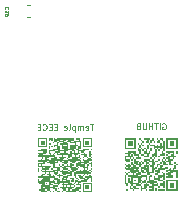
<source format=gbr>
%TF.GenerationSoftware,KiCad,Pcbnew,(6.0.7-1)-1*%
%TF.CreationDate,2022-10-12T15:07:03-04:00*%
%TF.ProjectId,PICO_v1.0,5049434f-5f76-4312-9e30-2e6b69636164,rev?*%
%TF.SameCoordinates,Original*%
%TF.FileFunction,Legend,Bot*%
%TF.FilePolarity,Positive*%
%FSLAX46Y46*%
G04 Gerber Fmt 4.6, Leading zero omitted, Abs format (unit mm)*
G04 Created by KiCad (PCBNEW (6.0.7-1)-1) date 2022-10-12 15:07:03*
%MOMM*%
%LPD*%
G01*
G04 APERTURE LIST*
%ADD10C,0.050000*%
%ADD11C,0.100000*%
G04 APERTURE END LIST*
D10*
%TO.C,C19*%
X103688342Y-102499342D02*
X103702628Y-102485057D01*
X103716914Y-102442200D01*
X103716914Y-102413628D01*
X103702628Y-102370771D01*
X103674057Y-102342200D01*
X103645485Y-102327914D01*
X103588342Y-102313628D01*
X103545485Y-102313628D01*
X103488342Y-102327914D01*
X103459771Y-102342200D01*
X103431200Y-102370771D01*
X103416914Y-102413628D01*
X103416914Y-102442200D01*
X103431200Y-102485057D01*
X103445485Y-102499342D01*
X103716914Y-102785057D02*
X103716914Y-102613628D01*
X103716914Y-102699342D02*
X103416914Y-102699342D01*
X103459771Y-102670771D01*
X103488342Y-102642200D01*
X103502628Y-102613628D01*
X103716914Y-102927914D02*
X103716914Y-102985057D01*
X103702628Y-103013628D01*
X103688342Y-103027914D01*
X103645485Y-103056485D01*
X103588342Y-103070771D01*
X103474057Y-103070771D01*
X103445485Y-103056485D01*
X103431200Y-103042200D01*
X103416914Y-103013628D01*
X103416914Y-102956485D01*
X103431200Y-102927914D01*
X103445485Y-102913628D01*
X103474057Y-102899342D01*
X103545485Y-102899342D01*
X103574057Y-102913628D01*
X103588342Y-102927914D01*
X103602628Y-102956485D01*
X103602628Y-103013628D01*
X103588342Y-103042200D01*
X103574057Y-103056485D01*
X103545485Y-103070771D01*
D11*
%TO.C,GITHUB*%
X116776380Y-112195800D02*
X116824000Y-112171990D01*
X116895428Y-112171990D01*
X116966857Y-112195800D01*
X117014476Y-112243419D01*
X117038285Y-112291038D01*
X117062095Y-112386276D01*
X117062095Y-112457704D01*
X117038285Y-112552942D01*
X117014476Y-112600561D01*
X116966857Y-112648180D01*
X116895428Y-112671990D01*
X116847809Y-112671990D01*
X116776380Y-112648180D01*
X116752571Y-112624371D01*
X116752571Y-112457704D01*
X116847809Y-112457704D01*
X116538285Y-112671990D02*
X116538285Y-112171990D01*
X116371619Y-112171990D02*
X116085904Y-112171990D01*
X116228761Y-112671990D02*
X116228761Y-112171990D01*
X115919238Y-112671990D02*
X115919238Y-112171990D01*
X115919238Y-112410085D02*
X115633523Y-112410085D01*
X115633523Y-112671990D02*
X115633523Y-112171990D01*
X115395428Y-112171990D02*
X115395428Y-112576752D01*
X115371619Y-112624371D01*
X115347809Y-112648180D01*
X115300190Y-112671990D01*
X115204952Y-112671990D01*
X115157333Y-112648180D01*
X115133523Y-112624371D01*
X115109714Y-112576752D01*
X115109714Y-112171990D01*
X114704952Y-112410085D02*
X114633523Y-112433895D01*
X114609714Y-112457704D01*
X114585904Y-112505323D01*
X114585904Y-112576752D01*
X114609714Y-112624371D01*
X114633523Y-112648180D01*
X114681142Y-112671990D01*
X114871619Y-112671990D01*
X114871619Y-112171990D01*
X114704952Y-112171990D01*
X114657333Y-112195800D01*
X114633523Y-112219609D01*
X114609714Y-112267228D01*
X114609714Y-112314847D01*
X114633523Y-112362466D01*
X114657333Y-112386276D01*
X114704952Y-112410085D01*
X114871619Y-112410085D01*
%TO.C,Temple EECE*%
X110915152Y-112220108D02*
X110629438Y-112220108D01*
X110772295Y-112720108D02*
X110772295Y-112220108D01*
X110272295Y-112696298D02*
X110319914Y-112720108D01*
X110415152Y-112720108D01*
X110462771Y-112696298D01*
X110486580Y-112648679D01*
X110486580Y-112458203D01*
X110462771Y-112410584D01*
X110415152Y-112386775D01*
X110319914Y-112386775D01*
X110272295Y-112410584D01*
X110248485Y-112458203D01*
X110248485Y-112505822D01*
X110486580Y-112553441D01*
X110034200Y-112720108D02*
X110034200Y-112386775D01*
X110034200Y-112434394D02*
X110010390Y-112410584D01*
X109962771Y-112386775D01*
X109891342Y-112386775D01*
X109843723Y-112410584D01*
X109819914Y-112458203D01*
X109819914Y-112720108D01*
X109819914Y-112458203D02*
X109796104Y-112410584D01*
X109748485Y-112386775D01*
X109677057Y-112386775D01*
X109629438Y-112410584D01*
X109605628Y-112458203D01*
X109605628Y-112720108D01*
X109367533Y-112386775D02*
X109367533Y-112886775D01*
X109367533Y-112410584D02*
X109319914Y-112386775D01*
X109224676Y-112386775D01*
X109177057Y-112410584D01*
X109153247Y-112434394D01*
X109129438Y-112482013D01*
X109129438Y-112624870D01*
X109153247Y-112672489D01*
X109177057Y-112696298D01*
X109224676Y-112720108D01*
X109319914Y-112720108D01*
X109367533Y-112696298D01*
X108843723Y-112720108D02*
X108891342Y-112696298D01*
X108915152Y-112648679D01*
X108915152Y-112220108D01*
X108462771Y-112696298D02*
X108510390Y-112720108D01*
X108605628Y-112720108D01*
X108653247Y-112696298D01*
X108677057Y-112648679D01*
X108677057Y-112458203D01*
X108653247Y-112410584D01*
X108605628Y-112386775D01*
X108510390Y-112386775D01*
X108462771Y-112410584D01*
X108438961Y-112458203D01*
X108438961Y-112505822D01*
X108677057Y-112553441D01*
X107843723Y-112458203D02*
X107677057Y-112458203D01*
X107605628Y-112720108D02*
X107843723Y-112720108D01*
X107843723Y-112220108D01*
X107605628Y-112220108D01*
X107391342Y-112458203D02*
X107224676Y-112458203D01*
X107153247Y-112720108D02*
X107391342Y-112720108D01*
X107391342Y-112220108D01*
X107153247Y-112220108D01*
X106653247Y-112672489D02*
X106677057Y-112696298D01*
X106748485Y-112720108D01*
X106796104Y-112720108D01*
X106867533Y-112696298D01*
X106915152Y-112648679D01*
X106938961Y-112601060D01*
X106962771Y-112505822D01*
X106962771Y-112434394D01*
X106938961Y-112339156D01*
X106915152Y-112291537D01*
X106867533Y-112243918D01*
X106796104Y-112220108D01*
X106748485Y-112220108D01*
X106677057Y-112243918D01*
X106653247Y-112267727D01*
X106438961Y-112458203D02*
X106272295Y-112458203D01*
X106200866Y-112720108D02*
X106438961Y-112720108D01*
X106438961Y-112220108D01*
X106200866Y-112220108D01*
D10*
%TO.C,C19*%
X105581667Y-102156800D02*
X105289133Y-102156800D01*
X105581667Y-103176800D02*
X105289133Y-103176800D01*
%TO.C,GITHUB*%
G36*
X113864523Y-117878765D02*
G01*
X113726572Y-117878765D01*
X113726572Y-117740813D01*
X113864523Y-117740813D01*
X113864523Y-117878765D01*
G37*
G36*
X113594251Y-114362405D02*
G01*
X113594251Y-114227268D01*
X113729387Y-114227268D01*
X114405069Y-114227268D01*
X114405069Y-113551587D01*
X113729387Y-113551587D01*
X113729387Y-114227268D01*
X113594251Y-114227268D01*
X113594251Y-113416450D01*
X114540205Y-113416450D01*
X114540205Y-114362405D01*
X113594251Y-114362405D01*
G37*
G36*
X117107795Y-114362405D02*
G01*
X117107795Y-114227268D01*
X117242932Y-114227268D01*
X117918613Y-114227268D01*
X117918613Y-113551587D01*
X117242932Y-113551587D01*
X117242932Y-114227268D01*
X117107795Y-114227268D01*
X117107795Y-113416450D01*
X118053750Y-113416450D01*
X118053750Y-114362405D01*
X117107795Y-114362405D01*
G37*
G36*
X117783477Y-117605677D02*
G01*
X117378068Y-117605677D01*
X117378068Y-117200268D01*
X117783477Y-117200268D01*
X117783477Y-117605677D01*
G37*
G36*
X117107795Y-117875949D02*
G01*
X117107795Y-117740813D01*
X117242932Y-117740813D01*
X117918613Y-117740813D01*
X117918613Y-117065131D01*
X117242932Y-117065131D01*
X117242932Y-117740813D01*
X117107795Y-117740813D01*
X117107795Y-116929995D01*
X118053750Y-116929995D01*
X118053750Y-117875949D01*
X117107795Y-117875949D01*
G37*
G36*
X114269932Y-114092132D02*
G01*
X113864523Y-114092132D01*
X113864523Y-113686723D01*
X114269932Y-113686723D01*
X114269932Y-114092132D01*
G37*
G36*
X114540205Y-117067947D02*
G01*
X114402253Y-117067947D01*
X114402253Y-116929995D01*
X114540205Y-116929995D01*
X114540205Y-117067947D01*
G37*
G36*
X117783477Y-114092132D02*
G01*
X117378068Y-114092132D01*
X117378068Y-113686723D01*
X117783477Y-113686723D01*
X117783477Y-114092132D01*
G37*
G36*
X116972659Y-117878663D02*
G01*
X116905795Y-117879417D01*
X116893993Y-117879525D01*
X116873553Y-117879642D01*
X116849103Y-117879722D01*
X116821583Y-117879764D01*
X116791931Y-117879768D01*
X116761086Y-117879734D01*
X116729986Y-117879660D01*
X116699571Y-117879547D01*
X116677326Y-117879449D01*
X116646428Y-117879322D01*
X116615588Y-117879203D01*
X116585734Y-117879095D01*
X116557794Y-117879002D01*
X116532699Y-117878927D01*
X116511376Y-117878873D01*
X116494755Y-117878843D01*
X116429298Y-117878765D01*
X116429298Y-117740813D01*
X116972659Y-117740813D01*
X116972659Y-117878663D01*
G37*
G36*
X116837523Y-114500356D02*
G01*
X116837523Y-114632677D01*
X116972659Y-114632677D01*
X116972659Y-114905765D01*
X116905795Y-114905891D01*
X116895831Y-114905906D01*
X116875699Y-114905924D01*
X116851495Y-114905933D01*
X116824180Y-114905933D01*
X116794719Y-114905925D01*
X116764075Y-114905909D01*
X116733211Y-114905885D01*
X116703090Y-114905853D01*
X116567250Y-114905689D01*
X116567250Y-115040902D01*
X116429298Y-115040902D01*
X116429298Y-114902950D01*
X116564435Y-114902950D01*
X116564435Y-114767915D01*
X116631299Y-114767161D01*
X116698163Y-114766406D01*
X116698708Y-114698838D01*
X116698713Y-114698225D01*
X116698892Y-114673529D01*
X116699063Y-114645578D01*
X116699214Y-114616593D01*
X116699335Y-114588794D01*
X116699412Y-114564405D01*
X116699571Y-114497541D01*
X116834648Y-114497541D01*
X116833300Y-114231491D01*
X116703794Y-114231491D01*
X116703039Y-114298356D01*
X116702317Y-114362405D01*
X116702285Y-114365220D01*
X116567250Y-114365220D01*
X116567250Y-114500356D01*
X116429400Y-114500356D01*
X116428646Y-114433492D01*
X116427891Y-114366628D01*
X116296977Y-114365116D01*
X116296977Y-115040902D01*
X116161841Y-115040902D01*
X116161841Y-115176038D01*
X116026705Y-115176038D01*
X116026705Y-115443495D01*
X116159026Y-115443495D01*
X116159026Y-115308359D01*
X116429298Y-115308359D01*
X116429298Y-115173223D01*
X116567250Y-115173223D01*
X116567250Y-115311174D01*
X116432114Y-115311174D01*
X116432114Y-115446311D01*
X116365250Y-115446491D01*
X116363911Y-115446494D01*
X116339388Y-115446530D01*
X116311558Y-115446529D01*
X116282609Y-115446491D01*
X116254731Y-115446422D01*
X116230113Y-115446322D01*
X116161841Y-115445974D01*
X116161841Y-115716481D01*
X116028113Y-115717991D01*
X116027381Y-115851016D01*
X116026650Y-115984041D01*
X116159026Y-115984041D01*
X116159026Y-115848904D01*
X116294499Y-115848904D01*
X116294150Y-115780632D01*
X116294143Y-115779266D01*
X116294046Y-115754386D01*
X116293978Y-115726380D01*
X116293963Y-115713768D01*
X116567250Y-115713768D01*
X116834648Y-115713768D01*
X116833300Y-115447718D01*
X116767843Y-115446962D01*
X116702386Y-115446207D01*
X116702386Y-115581447D01*
X116567250Y-115581447D01*
X116567250Y-115713768D01*
X116293963Y-115713768D01*
X116293943Y-115697437D01*
X116293943Y-115669746D01*
X116293982Y-115645496D01*
X116294162Y-115578632D01*
X116564435Y-115578632D01*
X116564435Y-115443495D01*
X116699908Y-115443495D01*
X116972659Y-115443495D01*
X117105084Y-115443495D01*
X117104328Y-115378039D01*
X117103572Y-115312582D01*
X117038116Y-115311826D01*
X116972659Y-115311070D01*
X116972659Y-115443495D01*
X116699908Y-115443495D01*
X116699559Y-115375223D01*
X116699552Y-115373857D01*
X116699455Y-115348977D01*
X116699387Y-115320971D01*
X116699352Y-115292028D01*
X116699352Y-115264337D01*
X116699391Y-115240087D01*
X116699564Y-115175934D01*
X116837523Y-115175934D01*
X116837523Y-115308359D01*
X116969948Y-115308359D01*
X117107795Y-115308359D01*
X117172637Y-115308359D01*
X117174583Y-115308358D01*
X117196066Y-115308275D01*
X117212511Y-115308025D01*
X117224465Y-115307579D01*
X117232475Y-115306909D01*
X117237089Y-115305983D01*
X117238854Y-115304773D01*
X117239018Y-115303855D01*
X117239344Y-115298024D01*
X117239561Y-115287787D01*
X117239659Y-115274012D01*
X117239631Y-115257566D01*
X117239469Y-115239316D01*
X117238709Y-115177446D01*
X117107795Y-115175934D01*
X117107795Y-115308359D01*
X116969948Y-115308359D01*
X116969192Y-115242902D01*
X116968436Y-115177446D01*
X116902979Y-115176690D01*
X116837523Y-115175934D01*
X116699564Y-115175934D01*
X116699571Y-115173223D01*
X116834707Y-115173223D01*
X116834707Y-115038086D01*
X116972659Y-115038086D01*
X116972659Y-115173223D01*
X117104980Y-115173223D01*
X117377964Y-115173223D01*
X117645629Y-115173223D01*
X117644874Y-115107766D01*
X117644118Y-115042309D01*
X117379476Y-115042309D01*
X117377964Y-115173223D01*
X117104980Y-115173223D01*
X117104980Y-115038188D01*
X117171844Y-115037433D01*
X117238709Y-115036678D01*
X117238709Y-114907173D01*
X117171844Y-114906418D01*
X117104980Y-114905663D01*
X117104980Y-114902950D01*
X117242932Y-114902950D01*
X117374784Y-114902950D01*
X117399917Y-114902915D01*
X117425026Y-114902808D01*
X117447872Y-114902636D01*
X117467894Y-114902406D01*
X117484530Y-114902127D01*
X117497219Y-114901807D01*
X117505400Y-114901453D01*
X117508512Y-114901073D01*
X117508833Y-114899785D01*
X117509333Y-114893597D01*
X117509761Y-114883070D01*
X117510095Y-114869013D01*
X117510312Y-114852238D01*
X117510389Y-114833556D01*
X117510389Y-114767915D01*
X117577253Y-114767161D01*
X117644118Y-114766406D01*
X117644118Y-114636900D01*
X117379476Y-114636900D01*
X117378721Y-114703765D01*
X117377966Y-114770629D01*
X117242932Y-114770629D01*
X117242932Y-114902950D01*
X117104980Y-114902950D01*
X117104980Y-114767814D01*
X117240220Y-114767814D01*
X117239465Y-114702357D01*
X117238709Y-114636900D01*
X117171844Y-114636145D01*
X117104980Y-114635391D01*
X117104980Y-114497541D01*
X117783477Y-114497541D01*
X117783477Y-114902950D01*
X117918613Y-114902950D01*
X117918613Y-115040800D01*
X117851749Y-115041554D01*
X117784885Y-115042309D01*
X117784130Y-115109174D01*
X117783407Y-115173223D01*
X117783375Y-115176038D01*
X117648341Y-115176038D01*
X117648341Y-115311072D01*
X117581477Y-115311827D01*
X117514612Y-115312582D01*
X117513893Y-115443495D01*
X117513881Y-115445607D01*
X117513149Y-115578632D01*
X117648341Y-115578632D01*
X117648341Y-115716583D01*
X117581477Y-115716763D01*
X117565434Y-115716798D01*
X117537338Y-115716822D01*
X117509762Y-115716800D01*
X117483273Y-115716737D01*
X117458438Y-115716636D01*
X117435827Y-115716501D01*
X117416005Y-115716335D01*
X117399543Y-115716143D01*
X117387008Y-115715928D01*
X117378967Y-115715693D01*
X117375989Y-115715442D01*
X117375816Y-115712584D01*
X117375628Y-115704644D01*
X117375430Y-115692174D01*
X117375230Y-115675725D01*
X117375033Y-115655850D01*
X117374845Y-115633100D01*
X117374672Y-115608027D01*
X117374520Y-115581183D01*
X117373845Y-115447718D01*
X117107795Y-115446370D01*
X117107795Y-115578632D01*
X117242932Y-115578632D01*
X117242932Y-115716583D01*
X117176068Y-115716709D01*
X117166103Y-115716724D01*
X117145972Y-115716742D01*
X117121767Y-115716751D01*
X117094453Y-115716751D01*
X117064991Y-115716743D01*
X117034347Y-115716727D01*
X117003483Y-115716703D01*
X116973363Y-115716671D01*
X116837523Y-115716507D01*
X116837523Y-115851618D01*
X116770659Y-115852372D01*
X116703794Y-115853127D01*
X116703038Y-115918584D01*
X116702299Y-115982633D01*
X116702283Y-115984041D01*
X116969844Y-115984041D01*
X116969844Y-115848904D01*
X117242932Y-115848904D01*
X117242932Y-115986856D01*
X117176068Y-115987036D01*
X117174729Y-115987039D01*
X117150206Y-115987076D01*
X117122376Y-115987074D01*
X117093427Y-115987037D01*
X117065549Y-115986967D01*
X117040931Y-115986868D01*
X116972659Y-115986519D01*
X116972659Y-116121992D01*
X116905795Y-116122106D01*
X116896198Y-116122125D01*
X116876129Y-116122176D01*
X116851973Y-116122249D01*
X116824700Y-116122339D01*
X116795276Y-116122444D01*
X116764672Y-116122559D01*
X116733855Y-116122682D01*
X116703794Y-116122810D01*
X116568658Y-116123400D01*
X116567927Y-116257781D01*
X116567196Y-116392163D01*
X116433522Y-116393673D01*
X116432010Y-116524623D01*
X116632655Y-116523901D01*
X116833300Y-116523178D01*
X116833300Y-116393673D01*
X116766435Y-116392918D01*
X116699571Y-116392163D01*
X116699571Y-116254313D01*
X116837523Y-116254313D01*
X116837523Y-116389450D01*
X116972659Y-116389450D01*
X116972659Y-116932810D01*
X116837523Y-116932810D01*
X116837523Y-117065131D01*
X116972659Y-117065131D01*
X116972659Y-117608492D01*
X116834809Y-117608492D01*
X116834055Y-117541628D01*
X116833300Y-117474763D01*
X116567250Y-117473415D01*
X116567250Y-117608492D01*
X116429400Y-117608492D01*
X116428646Y-117541628D01*
X116427891Y-117474763D01*
X116028113Y-117474763D01*
X116027390Y-117676713D01*
X116026668Y-117878663D01*
X115959822Y-117879417D01*
X115954926Y-117879469D01*
X115930356Y-117879651D01*
X115902656Y-117879754D01*
X115873868Y-117879776D01*
X115846030Y-117879714D01*
X115821185Y-117879566D01*
X115815637Y-117879520D01*
X115790060Y-117879335D01*
X115762097Y-117879166D01*
X115733753Y-117879025D01*
X115707032Y-117878920D01*
X115683937Y-117878862D01*
X115618480Y-117878765D01*
X115618480Y-117740867D01*
X115752913Y-117740136D01*
X115887345Y-117739405D01*
X115887345Y-117609900D01*
X115819777Y-117609355D01*
X115819152Y-117609350D01*
X115794460Y-117609171D01*
X115766519Y-117609000D01*
X115737547Y-117608849D01*
X115709766Y-117608728D01*
X115685396Y-117608651D01*
X115618582Y-117608492D01*
X115617828Y-117541628D01*
X115617073Y-117474763D01*
X115487567Y-117474763D01*
X115486812Y-117541577D01*
X115486058Y-117608390D01*
X115419244Y-117609145D01*
X115352431Y-117609900D01*
X115351675Y-117675356D01*
X115350919Y-117740813D01*
X115486159Y-117740813D01*
X115486159Y-117878765D01*
X115348310Y-117878765D01*
X115347555Y-117811900D01*
X115346800Y-117745036D01*
X115082158Y-117745036D01*
X115081403Y-117811900D01*
X115080649Y-117878765D01*
X114942799Y-117878765D01*
X114942685Y-117811900D01*
X114942666Y-117802304D01*
X114942615Y-117782234D01*
X114942542Y-117758079D01*
X114942452Y-117730805D01*
X114942347Y-117701382D01*
X114942232Y-117670777D01*
X114942109Y-117639961D01*
X114941981Y-117609900D01*
X114941391Y-117474763D01*
X114740798Y-117474117D01*
X114540205Y-117473470D01*
X114540205Y-117605677D01*
X114810478Y-117605677D01*
X114810478Y-117743628D01*
X114743613Y-117743754D01*
X114733649Y-117743769D01*
X114713518Y-117743787D01*
X114689313Y-117743796D01*
X114661999Y-117743796D01*
X114632537Y-117743788D01*
X114601893Y-117743772D01*
X114571029Y-117743748D01*
X114540909Y-117743716D01*
X114405069Y-117743552D01*
X114405069Y-117878765D01*
X114267219Y-117878765D01*
X114266464Y-117811900D01*
X114265709Y-117745036D01*
X114132245Y-117744361D01*
X114105540Y-117744210D01*
X114080457Y-117744037D01*
X114057693Y-117743849D01*
X114037801Y-117743652D01*
X114021332Y-117743452D01*
X114008839Y-117743254D01*
X114000873Y-117743066D01*
X113997985Y-117742892D01*
X113997841Y-117741847D01*
X113997799Y-117740813D01*
X114269932Y-117740813D01*
X114402357Y-117740813D01*
X114401602Y-117675356D01*
X114400846Y-117609900D01*
X114269932Y-117608388D01*
X114269932Y-117740813D01*
X113997799Y-117740813D01*
X113997598Y-117735911D01*
X113997374Y-117725236D01*
X113997172Y-117710391D01*
X113996994Y-117691943D01*
X113996846Y-117670460D01*
X113996730Y-117646510D01*
X113996650Y-117620662D01*
X113996628Y-117605677D01*
X114134796Y-117605677D01*
X114267221Y-117605677D01*
X114265709Y-117474763D01*
X114200253Y-117474007D01*
X114134796Y-117473252D01*
X114134796Y-117605677D01*
X113996628Y-117605677D01*
X113996610Y-117593483D01*
X113996614Y-117565541D01*
X113996664Y-117537405D01*
X113996844Y-117470540D01*
X114132085Y-117470540D01*
X114269829Y-117470540D01*
X114537494Y-117470540D01*
X114945614Y-117470540D01*
X115080750Y-117470540D01*
X115080750Y-117605677D01*
X115145337Y-117605677D01*
X115146634Y-117605676D01*
X115168438Y-117605541D01*
X115186253Y-117605173D01*
X115199670Y-117604590D01*
X115208280Y-117603810D01*
X115211671Y-117602850D01*
X115211957Y-117601463D01*
X115212394Y-117595086D01*
X115212739Y-117584381D01*
X115212976Y-117570177D01*
X115213088Y-117553300D01*
X115213059Y-117534578D01*
X115213058Y-117534439D01*
X115212955Y-117510394D01*
X115212883Y-117482946D01*
X115212845Y-117454309D01*
X115212845Y-117426695D01*
X115212886Y-117402319D01*
X115213071Y-117335506D01*
X115222104Y-117335404D01*
X115486159Y-117335404D01*
X115621296Y-117335404D01*
X115621296Y-117470540D01*
X115754884Y-117470540D01*
X115786701Y-117470509D01*
X115813305Y-117470411D01*
X115835100Y-117470235D01*
X115852490Y-117469972D01*
X115865878Y-117469610D01*
X115875668Y-117469138D01*
X115882265Y-117468545D01*
X115886071Y-117467821D01*
X115887491Y-117466954D01*
X115887655Y-117466036D01*
X115887981Y-117460205D01*
X115888197Y-117449968D01*
X115888296Y-117436194D01*
X115888268Y-117419748D01*
X115888106Y-117401498D01*
X115887345Y-117339627D01*
X115820532Y-117338872D01*
X115753718Y-117338118D01*
X115753687Y-117335404D01*
X116026601Y-117335404D01*
X116160307Y-117335404D01*
X116192120Y-117335372D01*
X116218721Y-117335274D01*
X116240514Y-117335099D01*
X116257902Y-117334835D01*
X116271289Y-117334473D01*
X116281078Y-117334001D01*
X116287674Y-117333408D01*
X116291480Y-117332684D01*
X116292900Y-117331818D01*
X116293064Y-117330900D01*
X116293390Y-117325069D01*
X116293606Y-117314832D01*
X116293705Y-117301057D01*
X116293677Y-117284611D01*
X116293515Y-117266361D01*
X116292754Y-117204491D01*
X116028113Y-117204491D01*
X116027357Y-117269947D01*
X116026601Y-117335404D01*
X115753687Y-117335404D01*
X115752964Y-117271304D01*
X115752209Y-117204491D01*
X115619184Y-117203816D01*
X115486159Y-117203142D01*
X115486159Y-117335404D01*
X115222104Y-117335404D01*
X115279936Y-117334751D01*
X115346800Y-117333996D01*
X115346800Y-117204491D01*
X115213775Y-117203816D01*
X115080750Y-117203142D01*
X115080750Y-117338219D01*
X114945614Y-117338219D01*
X114945614Y-117470540D01*
X114537494Y-117470540D01*
X114536738Y-117405084D01*
X114535982Y-117339627D01*
X114271340Y-117339627D01*
X114270584Y-117405084D01*
X114269829Y-117470540D01*
X114132085Y-117470540D01*
X114131329Y-117405084D01*
X114130573Y-117339627D01*
X114063760Y-117338872D01*
X113996946Y-117338118D01*
X113996915Y-117335404D01*
X114810374Y-117335404D01*
X114942903Y-117335404D01*
X114942147Y-117269947D01*
X114941391Y-117204491D01*
X114811886Y-117204491D01*
X114811130Y-117269947D01*
X114810374Y-117335404D01*
X113996915Y-117335404D01*
X113996191Y-117271304D01*
X113995437Y-117204491D01*
X113864523Y-117202979D01*
X113864523Y-117473356D01*
X113726674Y-117473356D01*
X113725919Y-117406491D01*
X113725164Y-117339627D01*
X113658300Y-117338872D01*
X113591435Y-117338117D01*
X113591367Y-117272008D01*
X113591366Y-117270356D01*
X113591356Y-117256992D01*
X113591346Y-117238595D01*
X113591337Y-117215679D01*
X113591332Y-117200268D01*
X113729387Y-117200268D01*
X113861784Y-117200268D01*
X114269895Y-117200268D01*
X114469891Y-117200268D01*
X114945510Y-117200268D01*
X115078039Y-117200268D01*
X115351023Y-117200268D01*
X115483344Y-117200268D01*
X115483344Y-117065233D01*
X115492377Y-117065131D01*
X116026705Y-117065131D01*
X116296977Y-117065131D01*
X116296977Y-117200268D01*
X116432114Y-117200268D01*
X116432114Y-117470540D01*
X116564771Y-117470540D01*
X116564423Y-117402268D01*
X116564416Y-117400895D01*
X116564318Y-117376018D01*
X116564251Y-117348017D01*
X116564216Y-117319081D01*
X116564216Y-117291399D01*
X116564255Y-117267159D01*
X116564435Y-117200322D01*
X116698867Y-117199591D01*
X116833300Y-117198860D01*
X116833300Y-117069354D01*
X116698163Y-117068764D01*
X116680430Y-117068688D01*
X116649807Y-117068563D01*
X116619005Y-117068444D01*
X116588994Y-117068334D01*
X116560742Y-117068238D01*
X116535215Y-117068158D01*
X116513383Y-117068097D01*
X116496214Y-117068060D01*
X116429400Y-117067947D01*
X116428646Y-117001082D01*
X116427891Y-116934218D01*
X116227298Y-116933571D01*
X116026705Y-116932925D01*
X116026705Y-117065131D01*
X115492377Y-117065131D01*
X115550208Y-117064478D01*
X115617073Y-117063723D01*
X115617663Y-116928587D01*
X115617739Y-116910863D01*
X115617864Y-116880236D01*
X115617983Y-116849429D01*
X115618093Y-116819410D01*
X115618189Y-116791148D01*
X115618269Y-116765611D01*
X115618330Y-116743768D01*
X115618367Y-116726587D01*
X115618480Y-116659722D01*
X115753721Y-116659722D01*
X115752965Y-116594266D01*
X115752209Y-116528809D01*
X115619184Y-116528135D01*
X115486159Y-116527460D01*
X115486159Y-116932810D01*
X115351023Y-116932810D01*
X115351023Y-117200268D01*
X115078039Y-117200268D01*
X115076527Y-117069354D01*
X114947022Y-117069354D01*
X114946790Y-117089430D01*
X114945510Y-117200268D01*
X114469891Y-117200268D01*
X114472014Y-117200267D01*
X114511721Y-117200246D01*
X114546138Y-117200182D01*
X114575587Y-117200070D01*
X114600393Y-117199903D01*
X114620879Y-117199677D01*
X114637367Y-117199385D01*
X114650183Y-117199022D01*
X114659650Y-117198583D01*
X114666090Y-117198061D01*
X114669828Y-117197452D01*
X114671188Y-117196748D01*
X114671336Y-117194968D01*
X114671522Y-117187955D01*
X114671678Y-117176096D01*
X114671803Y-117159852D01*
X114671894Y-117139686D01*
X114671951Y-117116058D01*
X114671971Y-117089430D01*
X114671954Y-117060263D01*
X114671899Y-117029017D01*
X114671803Y-116996155D01*
X114671573Y-116929995D01*
X114945510Y-116929995D01*
X115080750Y-116929995D01*
X115080750Y-117065131D01*
X115145034Y-117065131D01*
X115155093Y-117065108D01*
X115172656Y-117064950D01*
X115187867Y-117064663D01*
X115199907Y-117064269D01*
X115207956Y-117063792D01*
X115211195Y-117063254D01*
X115211517Y-117061958D01*
X115212016Y-117055760D01*
X115212444Y-117045223D01*
X115212778Y-117031159D01*
X115212994Y-117014376D01*
X115213071Y-116995686D01*
X115213071Y-116929995D01*
X115348149Y-116929995D01*
X115347474Y-116796970D01*
X115346800Y-116663945D01*
X115082158Y-116663945D01*
X115081403Y-116730759D01*
X115080649Y-116797572D01*
X115013835Y-116798327D01*
X114947022Y-116799082D01*
X114946266Y-116864538D01*
X114945510Y-116929995D01*
X114671573Y-116929995D01*
X114671118Y-116799082D01*
X114271340Y-116799082D01*
X114270618Y-116999675D01*
X114270387Y-117063723D01*
X114269895Y-117200268D01*
X113861784Y-117200268D01*
X113861620Y-117064427D01*
X113861600Y-117045996D01*
X113861573Y-117015303D01*
X113861554Y-116984461D01*
X113861543Y-116954432D01*
X113861540Y-116926181D01*
X113861545Y-116900670D01*
X113861559Y-116878863D01*
X113861582Y-116861723D01*
X113861708Y-116794859D01*
X113999660Y-116794859D01*
X113999660Y-117065235D01*
X114065116Y-117064479D01*
X114130573Y-117063723D01*
X114130573Y-116663945D01*
X114063005Y-116663400D01*
X114062380Y-116663395D01*
X114037688Y-116663217D01*
X114009746Y-116663046D01*
X113980775Y-116662894D01*
X113952994Y-116662774D01*
X113928623Y-116662697D01*
X113861810Y-116662538D01*
X113861778Y-116659722D01*
X114675238Y-116659722D01*
X114808943Y-116659722D01*
X114840757Y-116659691D01*
X114867358Y-116659592D01*
X114889151Y-116659417D01*
X114906539Y-116659154D01*
X114919926Y-116658791D01*
X114929715Y-116658319D01*
X114936311Y-116657727D01*
X114940117Y-116657003D01*
X114941536Y-116656136D01*
X114941701Y-116655218D01*
X114942027Y-116649387D01*
X114942243Y-116639150D01*
X114942341Y-116625376D01*
X114942314Y-116608930D01*
X114942152Y-116590680D01*
X114941391Y-116528809D01*
X114676749Y-116528809D01*
X114675993Y-116594266D01*
X114675238Y-116659722D01*
X113861778Y-116659722D01*
X113861055Y-116595673D01*
X113860300Y-116528809D01*
X113794844Y-116528053D01*
X113729387Y-116527297D01*
X113729387Y-117200268D01*
X113591332Y-117200268D01*
X113591329Y-117188758D01*
X113591322Y-117158348D01*
X113591315Y-117124962D01*
X113591310Y-117089115D01*
X113591305Y-117051321D01*
X113591302Y-117012095D01*
X113591300Y-116971951D01*
X113591299Y-116931403D01*
X113591299Y-116924855D01*
X113591300Y-116884336D01*
X113591302Y-116844302D01*
X113591306Y-116805269D01*
X113591310Y-116767750D01*
X113591316Y-116732260D01*
X113591323Y-116699314D01*
X113591330Y-116669426D01*
X113591339Y-116643111D01*
X113591348Y-116620883D01*
X113591357Y-116603257D01*
X113591367Y-116590746D01*
X113591435Y-116524586D01*
X113726676Y-116524586D01*
X113864523Y-116524586D01*
X114064501Y-116524586D01*
X114404965Y-116524586D01*
X114469858Y-116524586D01*
X114945614Y-116524586D01*
X115483285Y-116524586D01*
X115756328Y-116524586D01*
X115891568Y-116524586D01*
X115891568Y-116662538D01*
X115756432Y-116662538D01*
X115756432Y-116929995D01*
X116024226Y-116929995D01*
X116567146Y-116929995D01*
X116834648Y-116929995D01*
X116833300Y-116663945D01*
X116703794Y-116663945D01*
X116703040Y-116730759D01*
X116702332Y-116793451D01*
X116702285Y-116797572D01*
X116635471Y-116798327D01*
X116568658Y-116799082D01*
X116567902Y-116864538D01*
X116567146Y-116929995D01*
X116024226Y-116929995D01*
X116023878Y-116861723D01*
X116023871Y-116860356D01*
X116023773Y-116835477D01*
X116023705Y-116807471D01*
X116023670Y-116778528D01*
X116023671Y-116750836D01*
X116023709Y-116726587D01*
X116023889Y-116659722D01*
X116161841Y-116659722D01*
X116161841Y-116794914D01*
X116294866Y-116794182D01*
X116427891Y-116793451D01*
X116427891Y-116528809D01*
X116360323Y-116528264D01*
X116359710Y-116528259D01*
X116335014Y-116528080D01*
X116307063Y-116527909D01*
X116278078Y-116527758D01*
X116250279Y-116527638D01*
X116225890Y-116527560D01*
X116159026Y-116527401D01*
X116159026Y-116389551D01*
X116225890Y-116388797D01*
X116292754Y-116388042D01*
X116292754Y-116258536D01*
X116225941Y-116257782D01*
X116159127Y-116257027D01*
X116158373Y-116190213D01*
X116157618Y-116123400D01*
X116028113Y-116123400D01*
X116028004Y-116143476D01*
X116027381Y-116257832D01*
X116026650Y-116392265D01*
X115959813Y-116392424D01*
X115959201Y-116392425D01*
X115934696Y-116392504D01*
X115906844Y-116392625D01*
X115877865Y-116392778D01*
X115849979Y-116392949D01*
X115825408Y-116393128D01*
X115757840Y-116393673D01*
X115757084Y-116459129D01*
X115756328Y-116524586D01*
X115483285Y-116524586D01*
X115482611Y-116391561D01*
X115481936Y-116258536D01*
X115416480Y-116257780D01*
X115351023Y-116257025D01*
X115351023Y-116391985D01*
X115281343Y-116392829D01*
X115278429Y-116392863D01*
X115253207Y-116393070D01*
X115225112Y-116393176D01*
X115196271Y-116393178D01*
X115168809Y-116393077D01*
X115144850Y-116392871D01*
X115078037Y-116392070D01*
X115076527Y-116258536D01*
X115011071Y-116257780D01*
X114945614Y-116257025D01*
X114945614Y-116524586D01*
X114469858Y-116524586D01*
X114471874Y-116524585D01*
X114493351Y-116524501D01*
X114509791Y-116524251D01*
X114521742Y-116523806D01*
X114529750Y-116523135D01*
X114534363Y-116522210D01*
X114536127Y-116521000D01*
X114536292Y-116520082D01*
X114536618Y-116514251D01*
X114536834Y-116504014D01*
X114536932Y-116490239D01*
X114536905Y-116473793D01*
X114536743Y-116455543D01*
X114535982Y-116393673D01*
X114406477Y-116393673D01*
X114405721Y-116459129D01*
X114405362Y-116490239D01*
X114404965Y-116524586D01*
X114064501Y-116524586D01*
X114074388Y-116524585D01*
X114112898Y-116524558D01*
X114146189Y-116524488D01*
X114174593Y-116524371D01*
X114198444Y-116524200D01*
X114218075Y-116523970D01*
X114233817Y-116523673D01*
X114246004Y-116523306D01*
X114254968Y-116522860D01*
X114261043Y-116522331D01*
X114264561Y-116521713D01*
X114265855Y-116521000D01*
X114266019Y-116520082D01*
X114266345Y-116514251D01*
X114266561Y-116504014D01*
X114266660Y-116490239D01*
X114266632Y-116473793D01*
X114266470Y-116455543D01*
X114265709Y-116393673D01*
X114198896Y-116392918D01*
X114132082Y-116392163D01*
X114132051Y-116389450D01*
X114540101Y-116389450D01*
X114604994Y-116389450D01*
X114607010Y-116389449D01*
X114628487Y-116389365D01*
X114644928Y-116389115D01*
X114656878Y-116388669D01*
X114664887Y-116387999D01*
X114669499Y-116387073D01*
X114671264Y-116385864D01*
X114671428Y-116384945D01*
X114671754Y-116379114D01*
X114671970Y-116368878D01*
X114672069Y-116355103D01*
X114672041Y-116338657D01*
X114671879Y-116320407D01*
X114671118Y-116258536D01*
X114541613Y-116258536D01*
X114540101Y-116389450D01*
X114132051Y-116389450D01*
X114131328Y-116325350D01*
X114130573Y-116258536D01*
X114065116Y-116257780D01*
X113999660Y-116257025D01*
X113999660Y-116392265D01*
X113864523Y-116392265D01*
X113864523Y-116524586D01*
X113726676Y-116524586D01*
X113725920Y-116459129D01*
X113725164Y-116393673D01*
X113658300Y-116392918D01*
X113591435Y-116392163D01*
X113591435Y-116254313D01*
X113729387Y-116254313D01*
X113729387Y-116389450D01*
X113861708Y-116389450D01*
X113861708Y-116254313D01*
X113996948Y-116254313D01*
X113996193Y-116188857D01*
X113995437Y-116123400D01*
X113927869Y-116122855D01*
X113927244Y-116122850D01*
X113902552Y-116122671D01*
X113874610Y-116122500D01*
X113845638Y-116122349D01*
X113817858Y-116122229D01*
X113793487Y-116122151D01*
X113726674Y-116121992D01*
X113726642Y-116119177D01*
X114404965Y-116119177D01*
X114469858Y-116119177D01*
X114675238Y-116119177D01*
X114810478Y-116119177D01*
X114810478Y-116254313D01*
X114942684Y-116254313D01*
X114942258Y-116121888D01*
X115215887Y-116121888D01*
X115215887Y-116254313D01*
X115348312Y-116254313D01*
X115621296Y-116254313D01*
X115753705Y-116254313D01*
X115782335Y-116254289D01*
X115809859Y-116254198D01*
X115832489Y-116254028D01*
X115850617Y-116253770D01*
X115864634Y-116253414D01*
X115874930Y-116252948D01*
X115881898Y-116252363D01*
X115885929Y-116251649D01*
X115887415Y-116250794D01*
X115887563Y-116249014D01*
X115887749Y-116242000D01*
X115887905Y-116230141D01*
X115888030Y-116213898D01*
X115888121Y-116193732D01*
X115888178Y-116170104D01*
X115888198Y-116143476D01*
X115888184Y-116119177D01*
X116161841Y-116119177D01*
X116293693Y-116119177D01*
X116318826Y-116119142D01*
X116343935Y-116119035D01*
X116366781Y-116118863D01*
X116386803Y-116118633D01*
X116403439Y-116118354D01*
X116416128Y-116118034D01*
X116424310Y-116117680D01*
X116427422Y-116117300D01*
X116427743Y-116116012D01*
X116428243Y-116109824D01*
X116428671Y-116099297D01*
X116429004Y-116085240D01*
X116429221Y-116068465D01*
X116429298Y-116049783D01*
X116429298Y-115984142D01*
X116496163Y-115983388D01*
X116563027Y-115982633D01*
X116563027Y-115717991D01*
X116433522Y-115717991D01*
X116432767Y-115784855D01*
X116432012Y-115851720D01*
X116296977Y-115851720D01*
X116296977Y-115986856D01*
X116161841Y-115986856D01*
X116161841Y-116119177D01*
X115888184Y-116119177D01*
X115888181Y-116114308D01*
X115888126Y-116083063D01*
X115888030Y-116050201D01*
X115887345Y-115853127D01*
X115820532Y-115852373D01*
X115753718Y-115851618D01*
X115752964Y-115784804D01*
X115752209Y-115717991D01*
X115686752Y-115717235D01*
X115621296Y-115716479D01*
X115621296Y-116254313D01*
X115348312Y-116254313D01*
X115347556Y-116188857D01*
X115346800Y-116123400D01*
X115281343Y-116122644D01*
X115215887Y-116121888D01*
X114942258Y-116121888D01*
X114942249Y-116119177D01*
X115080647Y-116119177D01*
X115213175Y-116119177D01*
X115212420Y-116053720D01*
X115211664Y-115988264D01*
X115082158Y-115988264D01*
X115081402Y-116053720D01*
X115080647Y-116119177D01*
X114942249Y-116119177D01*
X114942038Y-116053720D01*
X114941813Y-115984041D01*
X115350919Y-115984041D01*
X115415812Y-115984041D01*
X115417828Y-115984040D01*
X115439305Y-115983956D01*
X115455746Y-115983706D01*
X115467696Y-115983260D01*
X115475705Y-115982590D01*
X115480317Y-115981664D01*
X115482082Y-115980455D01*
X115482246Y-115979536D01*
X115482572Y-115973705D01*
X115482788Y-115963469D01*
X115482887Y-115949694D01*
X115482859Y-115933248D01*
X115482697Y-115914998D01*
X115481936Y-115853127D01*
X115352431Y-115853127D01*
X115350919Y-115984041D01*
X114941813Y-115984041D01*
X114941391Y-115853127D01*
X114875934Y-115852371D01*
X114810478Y-115851616D01*
X114810478Y-115986754D01*
X114743613Y-115987509D01*
X114676749Y-115988264D01*
X114675993Y-116053720D01*
X114675634Y-116084830D01*
X114675238Y-116119177D01*
X114469858Y-116119177D01*
X114471874Y-116119176D01*
X114493351Y-116119092D01*
X114509791Y-116118842D01*
X114521742Y-116118397D01*
X114529750Y-116117726D01*
X114534363Y-116116801D01*
X114536127Y-116115591D01*
X114536292Y-116114673D01*
X114536618Y-116108842D01*
X114536834Y-116098605D01*
X114536932Y-116084830D01*
X114536905Y-116068384D01*
X114536743Y-116050134D01*
X114535982Y-115988264D01*
X114406477Y-115988264D01*
X114405721Y-116053720D01*
X114404965Y-116119177D01*
X113726642Y-116119177D01*
X113725164Y-115988264D01*
X113658300Y-115987509D01*
X113591435Y-115986754D01*
X113591435Y-115984041D01*
X113729387Y-115984041D01*
X113794228Y-115984041D01*
X113999556Y-115984041D01*
X114064449Y-115984041D01*
X114066465Y-115984040D01*
X114087942Y-115983956D01*
X114104382Y-115983706D01*
X114116333Y-115983260D01*
X114124341Y-115982590D01*
X114128954Y-115981664D01*
X114130718Y-115980455D01*
X114130883Y-115979536D01*
X114131209Y-115973705D01*
X114131425Y-115963469D01*
X114131523Y-115949694D01*
X114131496Y-115933248D01*
X114131334Y-115914998D01*
X114130573Y-115853127D01*
X114001068Y-115853127D01*
X113999953Y-115949694D01*
X113999556Y-115984041D01*
X113794228Y-115984041D01*
X113796175Y-115984040D01*
X113817658Y-115983956D01*
X113834103Y-115983706D01*
X113846057Y-115983261D01*
X113854067Y-115982590D01*
X113858681Y-115981665D01*
X113860446Y-115980455D01*
X113860610Y-115979536D01*
X113860936Y-115973705D01*
X113861152Y-115963469D01*
X113861251Y-115949694D01*
X113861223Y-115933248D01*
X113861061Y-115914998D01*
X113860300Y-115853127D01*
X113794844Y-115852371D01*
X113729387Y-115851616D01*
X113729387Y-115984041D01*
X113591435Y-115984041D01*
X113591435Y-115848904D01*
X113726676Y-115848904D01*
X114134796Y-115848904D01*
X114201584Y-115848904D01*
X114540205Y-115848904D01*
X114807766Y-115848904D01*
X114945510Y-115848904D01*
X115077414Y-115848904D01*
X115102593Y-115848870D01*
X115127704Y-115848762D01*
X115150552Y-115848590D01*
X115170575Y-115848360D01*
X115187212Y-115848082D01*
X115199901Y-115847761D01*
X115208083Y-115847407D01*
X115211195Y-115847027D01*
X115211516Y-115845739D01*
X115212016Y-115839551D01*
X115212444Y-115829024D01*
X115212777Y-115814968D01*
X115212994Y-115798193D01*
X115213071Y-115779510D01*
X115213071Y-115713870D01*
X115222104Y-115713768D01*
X115486056Y-115713768D01*
X115618584Y-115713768D01*
X115617829Y-115648311D01*
X115617073Y-115582855D01*
X115487567Y-115582855D01*
X115486811Y-115648311D01*
X115486072Y-115712360D01*
X115486056Y-115713768D01*
X115222104Y-115713768D01*
X115279936Y-115713115D01*
X115346800Y-115712360D01*
X115346800Y-115578632D01*
X115621296Y-115578632D01*
X115756432Y-115578632D01*
X115756432Y-115713768D01*
X115821273Y-115713768D01*
X115842729Y-115713697D01*
X115859816Y-115713457D01*
X115872306Y-115713020D01*
X115880722Y-115712358D01*
X115885589Y-115711444D01*
X115887429Y-115710249D01*
X115887650Y-115707610D01*
X115887864Y-115699786D01*
X115888031Y-115687402D01*
X115888146Y-115671032D01*
X115888208Y-115651253D01*
X115888213Y-115628642D01*
X115888160Y-115603773D01*
X115888045Y-115577224D01*
X115887345Y-115447718D01*
X115754321Y-115447044D01*
X115621296Y-115446370D01*
X115621296Y-115578632D01*
X115346800Y-115578632D01*
X115346800Y-115447718D01*
X115281343Y-115446962D01*
X115215887Y-115446207D01*
X115215887Y-115581447D01*
X115080750Y-115581447D01*
X115080750Y-115716481D01*
X114947022Y-115717991D01*
X114946266Y-115783448D01*
X114945510Y-115848904D01*
X114807766Y-115848904D01*
X114807011Y-115783448D01*
X114806255Y-115717991D01*
X114673230Y-115717317D01*
X114540205Y-115716642D01*
X114540205Y-115848904D01*
X114201584Y-115848904D01*
X114223067Y-115848820D01*
X114239512Y-115848570D01*
X114251466Y-115848125D01*
X114259476Y-115847454D01*
X114264090Y-115846528D01*
X114265855Y-115845318D01*
X114266019Y-115844400D01*
X114266345Y-115838569D01*
X114266561Y-115828332D01*
X114266660Y-115814558D01*
X114266632Y-115798112D01*
X114266470Y-115779862D01*
X114265709Y-115717991D01*
X114200253Y-115717235D01*
X114134796Y-115716479D01*
X114134796Y-115848904D01*
X113726676Y-115848904D01*
X113725920Y-115783448D01*
X113725164Y-115717991D01*
X113658300Y-115717236D01*
X113591435Y-115716481D01*
X113591435Y-115578632D01*
X113729387Y-115578632D01*
X113729387Y-115713872D01*
X113794844Y-115713116D01*
X113860300Y-115712360D01*
X113861810Y-115578632D01*
X113999660Y-115578632D01*
X113999660Y-115713768D01*
X114132317Y-115713768D01*
X114405069Y-115713768D01*
X114537494Y-115713768D01*
X114536738Y-115648311D01*
X114535982Y-115582855D01*
X114470525Y-115582099D01*
X114405069Y-115581343D01*
X114405069Y-115713768D01*
X114132317Y-115713768D01*
X114131969Y-115645496D01*
X114131962Y-115644129D01*
X114131864Y-115619250D01*
X114131797Y-115591244D01*
X114131762Y-115562301D01*
X114131762Y-115534609D01*
X114131801Y-115510359D01*
X114131981Y-115443495D01*
X114269932Y-115443495D01*
X114269932Y-115578632D01*
X114402139Y-115578632D01*
X114675238Y-115578632D01*
X114740131Y-115578632D01*
X114945614Y-115578632D01*
X115078039Y-115578632D01*
X115076527Y-115447718D01*
X115011071Y-115446962D01*
X114945614Y-115446207D01*
X114945614Y-115578632D01*
X114740131Y-115578632D01*
X114742147Y-115578631D01*
X114763624Y-115578547D01*
X114780064Y-115578297D01*
X114792015Y-115577851D01*
X114800023Y-115577181D01*
X114804636Y-115576255D01*
X114806400Y-115575046D01*
X114806564Y-115574127D01*
X114806890Y-115568296D01*
X114807107Y-115558060D01*
X114807205Y-115544285D01*
X114807177Y-115527839D01*
X114807015Y-115509589D01*
X114806255Y-115447718D01*
X114676749Y-115447718D01*
X114675993Y-115513175D01*
X114675238Y-115578632D01*
X114402139Y-115578632D01*
X114401492Y-115378039D01*
X114401268Y-115308359D01*
X114540205Y-115308359D01*
X114810478Y-115308359D01*
X114810478Y-115443495D01*
X114942799Y-115443495D01*
X114942799Y-115308359D01*
X115080750Y-115308359D01*
X115080750Y-115443495D01*
X115213408Y-115443495D01*
X115486056Y-115443495D01*
X115618584Y-115443495D01*
X115617829Y-115378039D01*
X115617073Y-115312582D01*
X115487567Y-115312582D01*
X115486811Y-115378039D01*
X115486056Y-115443495D01*
X115213408Y-115443495D01*
X115213060Y-115375223D01*
X115213053Y-115373857D01*
X115212955Y-115348977D01*
X115212887Y-115320971D01*
X115212872Y-115308359D01*
X115756432Y-115308359D01*
X115821273Y-115308359D01*
X115823220Y-115308358D01*
X115844703Y-115308275D01*
X115861148Y-115308025D01*
X115873102Y-115307579D01*
X115881112Y-115306909D01*
X115885726Y-115305983D01*
X115887491Y-115304773D01*
X115887655Y-115303855D01*
X115887981Y-115298024D01*
X115888197Y-115287787D01*
X115888296Y-115274012D01*
X115888268Y-115257566D01*
X115888106Y-115239316D01*
X115887345Y-115177446D01*
X115821889Y-115176690D01*
X115756432Y-115175934D01*
X115756432Y-115308359D01*
X115212872Y-115308359D01*
X115212852Y-115292028D01*
X115212853Y-115264337D01*
X115212891Y-115240087D01*
X115213071Y-115173223D01*
X115753617Y-115173223D01*
X115891568Y-115173223D01*
X116023993Y-115173223D01*
X116023238Y-115107766D01*
X116022482Y-115042309D01*
X115957025Y-115041553D01*
X115891568Y-115040798D01*
X115891568Y-115173223D01*
X115753617Y-115173223D01*
X115753617Y-115038086D01*
X115889090Y-115038086D01*
X116026601Y-115038086D01*
X116159130Y-115038086D01*
X116158374Y-114972630D01*
X116157618Y-114907173D01*
X116028113Y-114907173D01*
X116027357Y-114972630D01*
X116026601Y-115038086D01*
X115889090Y-115038086D01*
X115888741Y-114969814D01*
X115888734Y-114968436D01*
X115888637Y-114943560D01*
X115888569Y-114915563D01*
X115888534Y-114886634D01*
X115888534Y-114858960D01*
X115888573Y-114834729D01*
X115888753Y-114767915D01*
X115955617Y-114767161D01*
X116022482Y-114766406D01*
X116023236Y-114699592D01*
X116023991Y-114632779D01*
X116090805Y-114632024D01*
X116157618Y-114631269D01*
X116157618Y-114366628D01*
X116090754Y-114365873D01*
X116023889Y-114365118D01*
X116023883Y-114362405D01*
X116161737Y-114362405D01*
X116294266Y-114362405D01*
X116432010Y-114362405D01*
X116564539Y-114362405D01*
X116563027Y-114231491D01*
X116433522Y-114231491D01*
X116432010Y-114362405D01*
X116294266Y-114362405D01*
X116292754Y-114231491D01*
X116163249Y-114231491D01*
X116161737Y-114362405D01*
X116023883Y-114362405D01*
X116023730Y-114298305D01*
X116023729Y-114297687D01*
X116023650Y-114273190D01*
X116023529Y-114245345D01*
X116023377Y-114216373D01*
X116023205Y-114188492D01*
X116023027Y-114163923D01*
X116022482Y-114096355D01*
X115954914Y-114095810D01*
X115954289Y-114095805D01*
X115929597Y-114095626D01*
X115901655Y-114095455D01*
X115872683Y-114095304D01*
X115844903Y-114095184D01*
X115820532Y-114095106D01*
X115753719Y-114094947D01*
X115752209Y-113961219D01*
X115686752Y-113960463D01*
X115621296Y-113959707D01*
X115621296Y-114365220D01*
X115486159Y-114365220D01*
X115486159Y-114632781D01*
X115617073Y-114631269D01*
X115617828Y-114564405D01*
X115618582Y-114497541D01*
X115753953Y-114497541D01*
X115753605Y-114429269D01*
X115753598Y-114427902D01*
X115753500Y-114403023D01*
X115753433Y-114375017D01*
X115753398Y-114346074D01*
X115753398Y-114318382D01*
X115753437Y-114294132D01*
X115753617Y-114227268D01*
X115891568Y-114227268D01*
X115891568Y-114500356D01*
X115756432Y-114500356D01*
X115756432Y-114770527D01*
X115622704Y-114772037D01*
X115622178Y-114868603D01*
X115621972Y-114906469D01*
X115621241Y-115040902D01*
X115555108Y-115041002D01*
X115550114Y-115041009D01*
X115525762Y-115041039D01*
X115498271Y-115041065D01*
X115469663Y-115041085D01*
X115441960Y-115041098D01*
X115417184Y-115041103D01*
X115411788Y-115041102D01*
X115386153Y-115041096D01*
X115358064Y-115041081D01*
X115329542Y-115041059D01*
X115302608Y-115041032D01*
X115279283Y-115041002D01*
X115213173Y-115040902D01*
X115212419Y-114974037D01*
X115211664Y-114907173D01*
X115144096Y-114906628D01*
X115143471Y-114906623D01*
X115118779Y-114906444D01*
X115090837Y-114906273D01*
X115061865Y-114906122D01*
X115034085Y-114906002D01*
X115009714Y-114905924D01*
X114942901Y-114905765D01*
X114942869Y-114902950D01*
X115215887Y-114902950D01*
X115349475Y-114902950D01*
X115381292Y-114902918D01*
X115407896Y-114902820D01*
X115429691Y-114902645D01*
X115447081Y-114902382D01*
X115460469Y-114902019D01*
X115470259Y-114901547D01*
X115476856Y-114900954D01*
X115480662Y-114900230D01*
X115482082Y-114899364D01*
X115482246Y-114898446D01*
X115482572Y-114892615D01*
X115482788Y-114882378D01*
X115482887Y-114868603D01*
X115482859Y-114852157D01*
X115482697Y-114833907D01*
X115481936Y-114772037D01*
X115348912Y-114771362D01*
X115215887Y-114770688D01*
X115215887Y-114902950D01*
X114942869Y-114902950D01*
X114941391Y-114772037D01*
X114875934Y-114771281D01*
X114810478Y-114770525D01*
X114810478Y-115038086D01*
X114945614Y-115038086D01*
X114945614Y-115176038D01*
X114878750Y-115176164D01*
X114868786Y-115176179D01*
X114848654Y-115176196D01*
X114824450Y-115176205D01*
X114797135Y-115176206D01*
X114767674Y-115176198D01*
X114737030Y-115176181D01*
X114706166Y-115176157D01*
X114676045Y-115176126D01*
X114540205Y-115175962D01*
X114540205Y-115308359D01*
X114401268Y-115308359D01*
X114400846Y-115177446D01*
X114269932Y-115175934D01*
X114269932Y-115311174D01*
X114132083Y-115311174D01*
X114130573Y-115177446D01*
X114065116Y-115176690D01*
X113999660Y-115175934D01*
X113999660Y-115446031D01*
X113929980Y-115446874D01*
X113927066Y-115446908D01*
X113901843Y-115447116D01*
X113873749Y-115447221D01*
X113844908Y-115447224D01*
X113817445Y-115447123D01*
X113793487Y-115446917D01*
X113726673Y-115446116D01*
X113725919Y-115379349D01*
X113725164Y-115312582D01*
X113658300Y-115311827D01*
X113591435Y-115311072D01*
X113591335Y-115244963D01*
X113591328Y-115239965D01*
X113591298Y-115215620D01*
X113591272Y-115188136D01*
X113591262Y-115173223D01*
X113729283Y-115173223D01*
X113996948Y-115173223D01*
X114134692Y-115173223D01*
X114267221Y-115173223D01*
X114265709Y-115042309D01*
X114136204Y-115042309D01*
X114134692Y-115173223D01*
X113996948Y-115173223D01*
X113996193Y-115107766D01*
X113995437Y-115042309D01*
X113730795Y-115042309D01*
X113729283Y-115173223D01*
X113591262Y-115173223D01*
X113591252Y-115159534D01*
X113591239Y-115131836D01*
X113591234Y-115107062D01*
X113591235Y-115101672D01*
X113591241Y-115076035D01*
X113591256Y-115047941D01*
X113591264Y-115038086D01*
X114269932Y-115038086D01*
X114405069Y-115038086D01*
X114405069Y-115173223D01*
X114537390Y-115173223D01*
X114537390Y-115038188D01*
X114671118Y-115036678D01*
X114671118Y-114907173D01*
X114603550Y-114906628D01*
X114602925Y-114906623D01*
X114578233Y-114906444D01*
X114550292Y-114906273D01*
X114521320Y-114906122D01*
X114493539Y-114906002D01*
X114469169Y-114905924D01*
X114402355Y-114905765D01*
X114401601Y-114838901D01*
X114400846Y-114772037D01*
X114269932Y-114770525D01*
X114269932Y-115038086D01*
X113591264Y-115038086D01*
X113591278Y-115019412D01*
X113591305Y-114992471D01*
X113591335Y-114969138D01*
X113591435Y-114903004D01*
X113601366Y-114902950D01*
X113999556Y-114902950D01*
X114064449Y-114902950D01*
X114066465Y-114902949D01*
X114087942Y-114902865D01*
X114104382Y-114902615D01*
X114116333Y-114902170D01*
X114124341Y-114901499D01*
X114128954Y-114900574D01*
X114130718Y-114899364D01*
X114130883Y-114898446D01*
X114131209Y-114892615D01*
X114131425Y-114882378D01*
X114131523Y-114868603D01*
X114131496Y-114852157D01*
X114131334Y-114833907D01*
X114130573Y-114772037D01*
X114001068Y-114772037D01*
X114000312Y-114837493D01*
X113999556Y-114902950D01*
X113601366Y-114902950D01*
X113725868Y-114902273D01*
X113860300Y-114901542D01*
X113860300Y-114772037D01*
X113792732Y-114771492D01*
X113792119Y-114771487D01*
X113767424Y-114771308D01*
X113739473Y-114771137D01*
X113710487Y-114770986D01*
X113682689Y-114770865D01*
X113658300Y-114770788D01*
X113591435Y-114770629D01*
X113591435Y-114767814D01*
X114134692Y-114767814D01*
X114267221Y-114767814D01*
X114265709Y-114636900D01*
X114136204Y-114636900D01*
X114134692Y-114767814D01*
X113591435Y-114767814D01*
X113591435Y-114632732D01*
X113725868Y-114632001D01*
X113860300Y-114631269D01*
X113861810Y-114497541D01*
X114540205Y-114497541D01*
X114540205Y-114767814D01*
X114807603Y-114767814D01*
X114945614Y-114767814D01*
X115213012Y-114767814D01*
X115211664Y-114501764D01*
X115144850Y-114501009D01*
X115078037Y-114500255D01*
X115078006Y-114497541D01*
X115215887Y-114497541D01*
X115280728Y-114497541D01*
X115282675Y-114497540D01*
X115304158Y-114497457D01*
X115320602Y-114497207D01*
X115332556Y-114496761D01*
X115340566Y-114496091D01*
X115345180Y-114495165D01*
X115346945Y-114493955D01*
X115347110Y-114493037D01*
X115347436Y-114487206D01*
X115347652Y-114476969D01*
X115347750Y-114463194D01*
X115347723Y-114446748D01*
X115347561Y-114428498D01*
X115346800Y-114366628D01*
X115281343Y-114365872D01*
X115215887Y-114365116D01*
X115215887Y-114497541D01*
X115078006Y-114497541D01*
X115077282Y-114433441D01*
X115076527Y-114366628D01*
X115011071Y-114365872D01*
X114945614Y-114365116D01*
X114945614Y-114767814D01*
X114807603Y-114767814D01*
X114806255Y-114501764D01*
X114739488Y-114501009D01*
X114672721Y-114500255D01*
X114671920Y-114433441D01*
X114671887Y-114430642D01*
X114671695Y-114406116D01*
X114671608Y-114378358D01*
X114671623Y-114349494D01*
X114671742Y-114321648D01*
X114671962Y-114296948D01*
X114672773Y-114229980D01*
X114810478Y-114229980D01*
X114810478Y-114362405D01*
X114942903Y-114362405D01*
X114941391Y-114231491D01*
X114875934Y-114230735D01*
X114810478Y-114229980D01*
X114672773Y-114229980D01*
X114672806Y-114227268D01*
X114807603Y-114227268D01*
X114806929Y-114094243D01*
X114806255Y-113961219D01*
X114739390Y-113960464D01*
X114672526Y-113959709D01*
X114672526Y-113821859D01*
X114810478Y-113821859D01*
X114810478Y-113956996D01*
X114942799Y-113956996D01*
X114942799Y-113821859D01*
X115078039Y-113821859D01*
X115077283Y-113756403D01*
X115076527Y-113690946D01*
X115009714Y-113690191D01*
X114942900Y-113689437D01*
X114942146Y-113622623D01*
X114941391Y-113555810D01*
X114874527Y-113555055D01*
X114807662Y-113554300D01*
X114807662Y-113416450D01*
X114945614Y-113416450D01*
X114945614Y-113551587D01*
X115080750Y-113551587D01*
X115080750Y-113686723D01*
X115215887Y-113686723D01*
X115215887Y-113824675D01*
X115080750Y-113824675D01*
X115080750Y-113956996D01*
X115215887Y-113956996D01*
X115215887Y-114094947D01*
X115078037Y-114094947D01*
X115076527Y-113961219D01*
X115011071Y-113960463D01*
X114945614Y-113959707D01*
X114945614Y-114227268D01*
X115080750Y-114227268D01*
X115080750Y-114362405D01*
X115213071Y-114362405D01*
X115213071Y-114227268D01*
X115351023Y-114227268D01*
X115351023Y-114362405D01*
X115483420Y-114362405D01*
X115483256Y-114226564D01*
X115483236Y-114208133D01*
X115483209Y-114177440D01*
X115483190Y-114146598D01*
X115483179Y-114116569D01*
X115483176Y-114088318D01*
X115483181Y-114062807D01*
X115483195Y-114041000D01*
X115483218Y-114023860D01*
X115483344Y-113956996D01*
X115618584Y-113956996D01*
X115617829Y-113891539D01*
X115617073Y-113826082D01*
X115549505Y-113825537D01*
X115548892Y-113825532D01*
X115524196Y-113825354D01*
X115496245Y-113825183D01*
X115467260Y-113825031D01*
X115439461Y-113824911D01*
X115415072Y-113824834D01*
X115348208Y-113824675D01*
X115348208Y-113821859D01*
X115621241Y-113821859D01*
X115753558Y-113821859D01*
X115752883Y-113688834D01*
X115752209Y-113555810D01*
X115622704Y-113555810D01*
X115621972Y-113688834D01*
X115621241Y-113821859D01*
X115348208Y-113821859D01*
X115348208Y-113686825D01*
X115481936Y-113685315D01*
X115481936Y-113555810D01*
X115414368Y-113555265D01*
X115413755Y-113555260D01*
X115389060Y-113555081D01*
X115361109Y-113554910D01*
X115332123Y-113554759D01*
X115304325Y-113554638D01*
X115279936Y-113554561D01*
X115213071Y-113554402D01*
X115213071Y-113416450D01*
X115756432Y-113416450D01*
X115756432Y-113551690D01*
X115821889Y-113550935D01*
X115887345Y-113550179D01*
X115888100Y-113483314D01*
X115888855Y-113416450D01*
X116026705Y-113416450D01*
X116026705Y-113686723D01*
X116161841Y-113686723D01*
X116161841Y-113824675D01*
X116023991Y-113824675D01*
X116023237Y-113757810D01*
X116022482Y-113690946D01*
X115892976Y-113690946D01*
X115892221Y-113757810D01*
X115891499Y-113821859D01*
X115891467Y-113824675D01*
X115756432Y-113824675D01*
X115756432Y-113956996D01*
X116161841Y-113956996D01*
X116161841Y-114092236D01*
X116227298Y-114091480D01*
X116292754Y-114090724D01*
X116294264Y-113956996D01*
X116432114Y-113956996D01*
X116432114Y-114092236D01*
X116497570Y-114091480D01*
X116563027Y-114090724D01*
X116563027Y-113826082D01*
X116495459Y-113825537D01*
X116494846Y-113825532D01*
X116470151Y-113825354D01*
X116442199Y-113825183D01*
X116413214Y-113825031D01*
X116385416Y-113824911D01*
X116361026Y-113824834D01*
X116294162Y-113824675D01*
X116294162Y-113821859D01*
X116567250Y-113821859D01*
X116702386Y-113821859D01*
X116702386Y-114092132D01*
X116767228Y-114092132D01*
X116788714Y-114092061D01*
X116805789Y-114091820D01*
X116818269Y-114091383D01*
X116826676Y-114090722D01*
X116831535Y-114089807D01*
X116833369Y-114088613D01*
X116833517Y-114086832D01*
X116833704Y-114079819D01*
X116833860Y-114067960D01*
X116833984Y-114051717D01*
X116834075Y-114031551D01*
X116834132Y-114007923D01*
X116834153Y-113981294D01*
X116834136Y-113952127D01*
X116834080Y-113920882D01*
X116833984Y-113888020D01*
X116833300Y-113690946D01*
X116766486Y-113690191D01*
X116699673Y-113689437D01*
X116698918Y-113622623D01*
X116698163Y-113555810D01*
X116632707Y-113555054D01*
X116567250Y-113554298D01*
X116567250Y-113821859D01*
X116294162Y-113821859D01*
X116294162Y-113686825D01*
X116361026Y-113686070D01*
X116427891Y-113685315D01*
X116427891Y-113555810D01*
X116361026Y-113555055D01*
X116294162Y-113554300D01*
X116294162Y-113416450D01*
X116432114Y-113416450D01*
X116432114Y-113551587D01*
X116564435Y-113551587D01*
X116564435Y-113416450D01*
X116837523Y-113416450D01*
X116837523Y-113686723D01*
X116972659Y-113686723D01*
X116972659Y-114500356D01*
X116837523Y-114500356D01*
G37*
G36*
X117513204Y-116392265D02*
G01*
X117513204Y-116524586D01*
X117648341Y-116524586D01*
X117648341Y-116797572D01*
X117581477Y-116798428D01*
X117569669Y-116798567D01*
X117551446Y-116798727D01*
X117535404Y-116798803D01*
X117522404Y-116798794D01*
X117513309Y-116798700D01*
X117508981Y-116798518D01*
X117507513Y-116798407D01*
X117500739Y-116798194D01*
X117489650Y-116798007D01*
X117475132Y-116797858D01*
X117458071Y-116797756D01*
X117439353Y-116797712D01*
X117375355Y-116797674D01*
X117374600Y-116730810D01*
X117373845Y-116663945D01*
X117308388Y-116663189D01*
X117242932Y-116662434D01*
X117242932Y-116797674D01*
X117104980Y-116797674D01*
X117104980Y-116659722D01*
X117240220Y-116659722D01*
X117239465Y-116594266D01*
X117238709Y-116528809D01*
X117171844Y-116528054D01*
X117104980Y-116527299D01*
X117104980Y-116389551D01*
X117113937Y-116389450D01*
X117378068Y-116389450D01*
X117510493Y-116389450D01*
X117508981Y-116258536D01*
X117443525Y-116257780D01*
X117378068Y-116257025D01*
X117378068Y-116389450D01*
X117113937Y-116389450D01*
X117171844Y-116388797D01*
X117238709Y-116388042D01*
X117238709Y-116258536D01*
X117171844Y-116257781D01*
X117104980Y-116257027D01*
X117104980Y-116119177D01*
X117242932Y-116119177D01*
X117242932Y-116254313D01*
X117375589Y-116254313D01*
X117375241Y-116186041D01*
X117375234Y-116184675D01*
X117375136Y-116159795D01*
X117375069Y-116131789D01*
X117375034Y-116102846D01*
X117375034Y-116075155D01*
X117375073Y-116050905D01*
X117375253Y-115984041D01*
X117513204Y-115984041D01*
X117513204Y-116119281D01*
X117644118Y-116117769D01*
X117644873Y-116050905D01*
X117645627Y-115984041D01*
X117780998Y-115984041D01*
X117780650Y-115915768D01*
X117780643Y-115914402D01*
X117780545Y-115889522D01*
X117780478Y-115861516D01*
X117780443Y-115832573D01*
X117780443Y-115804882D01*
X117780482Y-115780632D01*
X117780662Y-115713768D01*
X117915902Y-115713768D01*
X117915146Y-115648311D01*
X117914390Y-115582855D01*
X117780662Y-115581345D01*
X117780662Y-115443495D01*
X117918613Y-115443495D01*
X117918613Y-115578632D01*
X118053750Y-115578632D01*
X118053750Y-115716583D01*
X117918613Y-115716583D01*
X117918613Y-115986856D01*
X117783477Y-115986856D01*
X117783477Y-116119177D01*
X118053750Y-116119177D01*
X118053750Y-116797674D01*
X117915798Y-116797674D01*
X117915702Y-116730810D01*
X117915692Y-116724439D01*
X117915659Y-116707588D01*
X117915611Y-116686094D01*
X117915549Y-116660618D01*
X117915476Y-116631824D01*
X117915394Y-116600372D01*
X117915303Y-116566926D01*
X117915205Y-116532147D01*
X117915103Y-116496698D01*
X117914999Y-116461241D01*
X117914390Y-116258536D01*
X117649749Y-116258536D01*
X117648994Y-116325401D01*
X117648271Y-116389450D01*
X117648239Y-116392265D01*
X117513204Y-116392265D01*
G37*
G36*
X116296977Y-117878765D02*
G01*
X116159306Y-117878765D01*
X116158462Y-117809085D01*
X116158428Y-117806182D01*
X116158220Y-117780956D01*
X116158115Y-117752852D01*
X116158113Y-117723997D01*
X116158214Y-117696517D01*
X116158419Y-117672541D01*
X116159221Y-117605677D01*
X116296977Y-117605677D01*
X116296977Y-117878765D01*
G37*
G36*
X118053750Y-114770629D02*
G01*
X117916078Y-114770629D01*
X117915234Y-114700949D01*
X117915200Y-114698046D01*
X117914993Y-114672820D01*
X117914887Y-114644716D01*
X117914885Y-114615861D01*
X117914986Y-114588382D01*
X117915192Y-114564405D01*
X117915993Y-114497541D01*
X118053750Y-114497541D01*
X118053750Y-114770629D01*
G37*
%TO.C,Temple EECE*%
G36*
X110589837Y-117749955D02*
G01*
X110256491Y-117749955D01*
X110256491Y-117416609D01*
X110589837Y-117416609D01*
X110589837Y-117749955D01*
G37*
G36*
X110034260Y-117972186D02*
G01*
X110034260Y-117861071D01*
X110145375Y-117861071D01*
X110700953Y-117861071D01*
X110700953Y-117305493D01*
X110145375Y-117305493D01*
X110145375Y-117861071D01*
X110034260Y-117861071D01*
X110034260Y-117194378D01*
X110812068Y-117194378D01*
X110812068Y-117972186D01*
X110034260Y-117972186D01*
G37*
G36*
X110812068Y-114419015D02*
G01*
X110698428Y-114419015D01*
X110698428Y-114305374D01*
X110812068Y-114305374D01*
X110812068Y-114419015D01*
G37*
G36*
X107367487Y-113974456D02*
G01*
X107311298Y-113975160D01*
X107303824Y-113975247D01*
X107287958Y-113975390D01*
X107274042Y-113975458D01*
X107262851Y-113975451D01*
X107255161Y-113975368D01*
X107251746Y-113975208D01*
X107251265Y-113975152D01*
X107246567Y-113974961D01*
X107237845Y-113974796D01*
X107225900Y-113974667D01*
X107211536Y-113974583D01*
X107195556Y-113974553D01*
X107142731Y-113974553D01*
X107142731Y-113860912D01*
X107367487Y-113860912D01*
X107367487Y-113974456D01*
G37*
G36*
X107034140Y-117308018D02*
G01*
X106920500Y-117308018D01*
X106920500Y-117194378D01*
X107034140Y-117194378D01*
X107034140Y-117308018D01*
G37*
G36*
X110034260Y-114194258D02*
G01*
X110034260Y-114083143D01*
X110145375Y-114083143D01*
X110700953Y-114083143D01*
X110700953Y-113527565D01*
X110145375Y-113527565D01*
X110145375Y-114083143D01*
X110034260Y-114083143D01*
X110034260Y-113416450D01*
X110812068Y-113416450D01*
X110812068Y-114194258D01*
X110034260Y-114194258D01*
G37*
G36*
X106367447Y-116307979D02*
G01*
X106253806Y-116307979D01*
X106253732Y-116253684D01*
X106253709Y-116234305D01*
X106253689Y-116211011D01*
X106253672Y-116186457D01*
X106253662Y-116162577D01*
X106253658Y-116141305D01*
X106253661Y-116121171D01*
X106253672Y-116097127D01*
X106253688Y-116072212D01*
X106253708Y-116048400D01*
X106253732Y-116027665D01*
X106253806Y-115972107D01*
X106367447Y-115972107D01*
X106367447Y-116307979D01*
G37*
G36*
X108034180Y-117752481D02*
G01*
X107920539Y-117752481D01*
X107920539Y-117638840D01*
X108034180Y-117638840D01*
X108034180Y-117752481D01*
G37*
G36*
X107589718Y-117974712D02*
G01*
X107476077Y-117974712D01*
X107476077Y-117861071D01*
X107589718Y-117861071D01*
X107589718Y-117974712D01*
G37*
G36*
X109589798Y-114083143D02*
G01*
X109700913Y-114083143D01*
X109700913Y-114416489D01*
X110031734Y-114416489D01*
X110031734Y-114305374D01*
X110589837Y-114305374D01*
X110589837Y-114419015D01*
X110533648Y-114419107D01*
X110530460Y-114419112D01*
X110514213Y-114419128D01*
X110494059Y-114419137D01*
X110470920Y-114419139D01*
X110445718Y-114419133D01*
X110419379Y-114419122D01*
X110392823Y-114419104D01*
X110366975Y-114419079D01*
X110256491Y-114418958D01*
X110256491Y-114530130D01*
X110145375Y-114530130D01*
X110145375Y-114638720D01*
X110256491Y-114638720D01*
X110256491Y-114749836D01*
X110367606Y-114749836D01*
X110367606Y-114972067D01*
X110478722Y-114972067D01*
X110478722Y-115083183D01*
X110698528Y-115083183D01*
X110697846Y-115029519D01*
X110697165Y-114975855D01*
X110642238Y-114975174D01*
X110587312Y-114974494D01*
X110587253Y-114920248D01*
X110587249Y-114916327D01*
X110587233Y-114895776D01*
X110587220Y-114871177D01*
X110587210Y-114843351D01*
X110587202Y-114813119D01*
X110587198Y-114781301D01*
X110587197Y-114748720D01*
X110587199Y-114716196D01*
X110587204Y-114684549D01*
X110587212Y-114654602D01*
X110587222Y-114627174D01*
X110587236Y-114603088D01*
X110587253Y-114583163D01*
X110587312Y-114527605D01*
X110700953Y-114527605D01*
X110700953Y-114749836D01*
X110812068Y-114749836D01*
X110812068Y-114863477D01*
X110700953Y-114863477D01*
X110700953Y-114972067D01*
X110812068Y-114972067D01*
X110812068Y-115085708D01*
X110700953Y-115085708D01*
X110700953Y-115194298D01*
X110812068Y-115194298D01*
X110812068Y-115307939D01*
X110755879Y-115308072D01*
X110738099Y-115308099D01*
X110714353Y-115308102D01*
X110689517Y-115308076D01*
X110665638Y-115308023D01*
X110644764Y-115307946D01*
X110589837Y-115307687D01*
X110589837Y-115527645D01*
X110698428Y-115527645D01*
X110698428Y-115416529D01*
X110812068Y-115416529D01*
X110812068Y-115863517D01*
X110698428Y-115863517D01*
X110698316Y-115808590D01*
X110698267Y-115791776D01*
X110698164Y-115768196D01*
X110698025Y-115743338D01*
X110697861Y-115719281D01*
X110697685Y-115698106D01*
X110697165Y-115642548D01*
X110643501Y-115641867D01*
X110589837Y-115641185D01*
X110589837Y-115752401D01*
X110478722Y-115752401D01*
X110478722Y-116085748D01*
X110367606Y-116085748D01*
X110367606Y-116305453D01*
X110476196Y-116305453D01*
X110589837Y-116305453D01*
X110698528Y-116305453D01*
X110697846Y-116251790D01*
X110697165Y-116198126D01*
X110643501Y-116197444D01*
X110589837Y-116196763D01*
X110589837Y-116305453D01*
X110476196Y-116305453D01*
X110476196Y-116194338D01*
X110587312Y-116194338D01*
X110587312Y-116083222D01*
X110698428Y-116083222D01*
X110698428Y-115972107D01*
X110812068Y-115972107D01*
X110812068Y-116085748D01*
X110700953Y-116085748D01*
X110700953Y-116194338D01*
X110812068Y-116194338D01*
X110812068Y-116307979D01*
X110700953Y-116307979D01*
X110700953Y-116419094D01*
X110587411Y-116419094D01*
X110586730Y-116364168D01*
X110586049Y-116309241D01*
X110532386Y-116308560D01*
X110478722Y-116307878D01*
X110478722Y-116530210D01*
X110365179Y-116530210D01*
X110364499Y-116475283D01*
X110363818Y-116420357D01*
X110310155Y-116419675D01*
X110256491Y-116418994D01*
X110256491Y-116530210D01*
X110145375Y-116530210D01*
X110145375Y-116641325D01*
X110034260Y-116641325D01*
X110034260Y-116749915D01*
X110253965Y-116749915D01*
X110253965Y-116638800D01*
X110367606Y-116638800D01*
X110367606Y-116749915D01*
X110476196Y-116749915D01*
X110476196Y-116638800D01*
X110587312Y-116638800D01*
X110587312Y-116527684D01*
X110700953Y-116527684D01*
X110700953Y-116638800D01*
X110812068Y-116638800D01*
X110812068Y-117085787D01*
X110698428Y-117085787D01*
X110698347Y-117030861D01*
X110698341Y-117027293D01*
X110698303Y-117011240D01*
X110698242Y-116991290D01*
X110698162Y-116968350D01*
X110698066Y-116943325D01*
X110697957Y-116917124D01*
X110697839Y-116890653D01*
X110697716Y-116864819D01*
X110697165Y-116753703D01*
X110643501Y-116753022D01*
X110589837Y-116752340D01*
X110589837Y-116863556D01*
X110478722Y-116863556D01*
X110478722Y-116974672D01*
X110367606Y-116974672D01*
X110367606Y-117085787D01*
X110254064Y-117085787D01*
X110253383Y-117030861D01*
X110252703Y-116975935D01*
X110145375Y-116974571D01*
X110145375Y-117085787D01*
X110089186Y-117085921D01*
X110071406Y-117085948D01*
X110047659Y-117085950D01*
X110022823Y-117085924D01*
X109998945Y-117085872D01*
X109978071Y-117085795D01*
X109923144Y-117085535D01*
X109923144Y-117196903D01*
X109809503Y-117196903D01*
X109809503Y-117083262D01*
X109920619Y-117083262D01*
X109920619Y-116972147D01*
X110142950Y-116972147D01*
X110142269Y-116918483D01*
X110141587Y-116864819D01*
X110030472Y-116864268D01*
X110023561Y-116864234D01*
X109997467Y-116864112D01*
X109970985Y-116863996D01*
X109945021Y-116863891D01*
X109920482Y-116863798D01*
X109898275Y-116863723D01*
X109879305Y-116863668D01*
X109864479Y-116863637D01*
X109809602Y-116863556D01*
X109809571Y-116861031D01*
X110256491Y-116861031D01*
X110365181Y-116861031D01*
X110364500Y-116807367D01*
X110363818Y-116753703D01*
X110310155Y-116753022D01*
X110256491Y-116752340D01*
X110256491Y-116861031D01*
X109809571Y-116861031D01*
X109808921Y-116808630D01*
X109808241Y-116753703D01*
X109753363Y-116753023D01*
X109698486Y-116752343D01*
X109697806Y-116697465D01*
X109697125Y-116642588D01*
X109642199Y-116641907D01*
X109587272Y-116641227D01*
X109587272Y-116641225D01*
X109812029Y-116641225D01*
X109812029Y-116749915D01*
X109920719Y-116749915D01*
X109920038Y-116696252D01*
X109919356Y-116642588D01*
X109865692Y-116641906D01*
X109812029Y-116641225D01*
X109587272Y-116641225D01*
X109587272Y-116527684D01*
X109923144Y-116527684D01*
X109923144Y-116638800D01*
X110031734Y-116638800D01*
X110031734Y-116527684D01*
X110142950Y-116527684D01*
X110142269Y-116474021D01*
X110141587Y-116420357D01*
X109810135Y-116419786D01*
X109478682Y-116419216D01*
X109478682Y-116749915D01*
X109589798Y-116749915D01*
X109589798Y-116861031D01*
X109700913Y-116861031D01*
X109700913Y-116974672D01*
X109589798Y-116974672D01*
X109589798Y-117083262D01*
X109700913Y-117083262D01*
X109700913Y-117305493D01*
X109923144Y-117305493D01*
X109923144Y-117752481D01*
X109809602Y-117752481D01*
X109808921Y-117697554D01*
X109808241Y-117642628D01*
X109754577Y-117641946D01*
X109700913Y-117641265D01*
X109700913Y-117861071D01*
X109923144Y-117861071D01*
X109923144Y-117974615D01*
X109866955Y-117975319D01*
X109859481Y-117975406D01*
X109843615Y-117975549D01*
X109829699Y-117975618D01*
X109818508Y-117975610D01*
X109810818Y-117975527D01*
X109807403Y-117975367D01*
X109806928Y-117975311D01*
X109802241Y-117975121D01*
X109793528Y-117974956D01*
X109781591Y-117974826D01*
X109767235Y-117974742D01*
X109751263Y-117974712D01*
X109698486Y-117974712D01*
X109697806Y-117919785D01*
X109697125Y-117864859D01*
X109587904Y-117864244D01*
X109478682Y-117863629D01*
X109478682Y-117974712D01*
X109365041Y-117974712D01*
X109364967Y-117920417D01*
X109364944Y-117901038D01*
X109364924Y-117877744D01*
X109364907Y-117853190D01*
X109364897Y-117829310D01*
X109364893Y-117808038D01*
X109364896Y-117787904D01*
X109364907Y-117763860D01*
X109364923Y-117738945D01*
X109364943Y-117715133D01*
X109364967Y-117694397D01*
X109365041Y-117638840D01*
X109476157Y-117638840D01*
X109476157Y-117527724D01*
X109809604Y-117527724D01*
X109808922Y-117474060D01*
X109808241Y-117420397D01*
X109697125Y-117419846D01*
X109690224Y-117419812D01*
X109664127Y-117419690D01*
X109637640Y-117419574D01*
X109611668Y-117419468D01*
X109587120Y-117419376D01*
X109564902Y-117419301D01*
X109545921Y-117419246D01*
X109531083Y-117419214D01*
X109476157Y-117419134D01*
X109476157Y-117305493D01*
X109587240Y-117305493D01*
X109586625Y-117196272D01*
X109586010Y-117087050D01*
X109532346Y-117086369D01*
X109478682Y-117085687D01*
X109478682Y-117196903D01*
X109367567Y-117196903D01*
X109367567Y-117308018D01*
X109256451Y-117308018D01*
X109256451Y-117416609D01*
X109367567Y-117416609D01*
X109367567Y-117530250D01*
X109256451Y-117530250D01*
X109256451Y-117641365D01*
X109145335Y-117641365D01*
X109145335Y-117749955D01*
X109256451Y-117749955D01*
X109256451Y-117974712D01*
X109142810Y-117974712D01*
X109142699Y-117919785D01*
X109142650Y-117902971D01*
X109142547Y-117879391D01*
X109142407Y-117854533D01*
X109142244Y-117830476D01*
X109142068Y-117809301D01*
X109141547Y-117753743D01*
X109032326Y-117753128D01*
X108923104Y-117752513D01*
X108923104Y-117861071D01*
X109034220Y-117861071D01*
X109034220Y-117974712D01*
X108978031Y-117974845D01*
X108961393Y-117974876D01*
X108934756Y-117974890D01*
X108909509Y-117974861D01*
X108886110Y-117974791D01*
X108865016Y-117974684D01*
X108846684Y-117974543D01*
X108831573Y-117974371D01*
X108820140Y-117974172D01*
X108812842Y-117973947D01*
X108810137Y-117973701D01*
X108810084Y-117973266D01*
X108809942Y-117968816D01*
X108809792Y-117959900D01*
X108809637Y-117946939D01*
X108809480Y-117930355D01*
X108809325Y-117910566D01*
X108809176Y-117887995D01*
X108809035Y-117863061D01*
X108808907Y-117836186D01*
X108808794Y-117807789D01*
X108808201Y-117642628D01*
X108698979Y-117642013D01*
X108589758Y-117641398D01*
X108589758Y-117861071D01*
X108700873Y-117861071D01*
X108700873Y-117974712D01*
X108587331Y-117974712D01*
X108586650Y-117919785D01*
X108585970Y-117864859D01*
X108476748Y-117864244D01*
X108367527Y-117863629D01*
X108367527Y-117974712D01*
X108253886Y-117974712D01*
X108253886Y-117861071D01*
X108365102Y-117861071D01*
X108364420Y-117807407D01*
X108363739Y-117753743D01*
X108308861Y-117753063D01*
X108253984Y-117752382D01*
X108253304Y-117697505D01*
X108252623Y-117642628D01*
X108197697Y-117641947D01*
X108142770Y-117641267D01*
X108142770Y-117638840D01*
X109034220Y-117638840D01*
X109142810Y-117638840D01*
X109142810Y-117527724D01*
X109254026Y-117527724D01*
X109253345Y-117474060D01*
X109252663Y-117420397D01*
X109143441Y-117419782D01*
X109034220Y-117419167D01*
X109034220Y-117638840D01*
X108142770Y-117638840D01*
X108142770Y-117527724D01*
X108365102Y-117527724D01*
X108478642Y-117527724D01*
X108587333Y-117527724D01*
X108700873Y-117527724D01*
X108920680Y-117527724D01*
X108919998Y-117474060D01*
X108919316Y-117420397D01*
X108810095Y-117419782D01*
X108700873Y-117419167D01*
X108700873Y-117527724D01*
X108587333Y-117527724D01*
X108586651Y-117474060D01*
X108585970Y-117420397D01*
X108532306Y-117419715D01*
X108478642Y-117419034D01*
X108478642Y-117527724D01*
X108365102Y-117527724D01*
X108364420Y-117474060D01*
X108363739Y-117420397D01*
X108308812Y-117419716D01*
X108253886Y-117419035D01*
X108253886Y-117305493D01*
X108364969Y-117305493D01*
X108364358Y-117196980D01*
X108478642Y-117196980D01*
X108478642Y-117305493D01*
X108809564Y-117305493D01*
X108808882Y-117251829D01*
X108808201Y-117198166D01*
X108643422Y-117197573D01*
X108478642Y-117196980D01*
X108364358Y-117196980D01*
X108364354Y-117196272D01*
X108363739Y-117087050D01*
X108310075Y-117086369D01*
X108256411Y-117085687D01*
X108256411Y-117196903D01*
X108145296Y-117196903D01*
X108145296Y-117308018D01*
X108034180Y-117308018D01*
X108034180Y-117419134D01*
X107923065Y-117419134D01*
X107923065Y-117530250D01*
X107866876Y-117530383D01*
X107849095Y-117530410D01*
X107825349Y-117530412D01*
X107800513Y-117530386D01*
X107776634Y-117530334D01*
X107755760Y-117530257D01*
X107700834Y-117529997D01*
X107700834Y-117638840D01*
X107811949Y-117638840D01*
X107811949Y-117861071D01*
X108145296Y-117861071D01*
X108145296Y-117974712D01*
X108089738Y-117974786D01*
X108070248Y-117974808D01*
X108046554Y-117974829D01*
X108021648Y-117974846D01*
X107997505Y-117974856D01*
X107976097Y-117974860D01*
X107955735Y-117974857D01*
X107931931Y-117974846D01*
X107907381Y-117974830D01*
X107884015Y-117974810D01*
X107863768Y-117974786D01*
X107809522Y-117974712D01*
X107808842Y-117919785D01*
X107808161Y-117864859D01*
X107753284Y-117864178D01*
X107698406Y-117863498D01*
X107697726Y-117808621D01*
X107697046Y-117753743D01*
X107641488Y-117753223D01*
X107624517Y-117753079D01*
X107600848Y-117752912D01*
X107575995Y-117752767D01*
X107552038Y-117752657D01*
X107531053Y-117752592D01*
X107476176Y-117752481D01*
X107475495Y-117697554D01*
X107474815Y-117642628D01*
X107256371Y-117641398D01*
X107256371Y-117861071D01*
X107367487Y-117861071D01*
X107367487Y-117974712D01*
X107253945Y-117974712D01*
X107253264Y-117919785D01*
X107252583Y-117864859D01*
X107143362Y-117864244D01*
X107034140Y-117863629D01*
X107034140Y-117974712D01*
X106978583Y-117974786D01*
X106959092Y-117974808D01*
X106935399Y-117974829D01*
X106910493Y-117974846D01*
X106886350Y-117974856D01*
X106864942Y-117974860D01*
X106844579Y-117974857D01*
X106820776Y-117974846D01*
X106796225Y-117974830D01*
X106772860Y-117974810D01*
X106752613Y-117974786D01*
X106698367Y-117974712D01*
X106697686Y-117919785D01*
X106697006Y-117864859D01*
X106643342Y-117864177D01*
X106589678Y-117863496D01*
X106589678Y-117974712D01*
X106476136Y-117974712D01*
X106475455Y-117919785D01*
X106474775Y-117864859D01*
X106419848Y-117864178D01*
X106364922Y-117863498D01*
X106364922Y-117861071D01*
X106478563Y-117861071D01*
X106587253Y-117861071D01*
X106811909Y-117861071D01*
X107031716Y-117861071D01*
X107030352Y-117753743D01*
X106921131Y-117753128D01*
X106811909Y-117752513D01*
X106811909Y-117861071D01*
X106587253Y-117861071D01*
X106586572Y-117807407D01*
X106585890Y-117753743D01*
X106532227Y-117753062D01*
X106478563Y-117752380D01*
X106478563Y-117861071D01*
X106364922Y-117861071D01*
X106364922Y-117749955D01*
X106476094Y-117749955D01*
X106589678Y-117749955D01*
X106698369Y-117749955D01*
X106697687Y-117696291D01*
X106697006Y-117642628D01*
X106643342Y-117641946D01*
X106589678Y-117641265D01*
X106589678Y-117749955D01*
X106476094Y-117749955D01*
X106475973Y-117639471D01*
X106475972Y-117638840D01*
X106700794Y-117638840D01*
X106809484Y-117638840D01*
X106923025Y-117638840D01*
X107031716Y-117638840D01*
X107145256Y-117638840D01*
X107253947Y-117638840D01*
X107478603Y-117638840D01*
X107587293Y-117638840D01*
X107586612Y-117585176D01*
X107585930Y-117531512D01*
X107532266Y-117530831D01*
X107478603Y-117530149D01*
X107478603Y-117638840D01*
X107253947Y-117638840D01*
X107252583Y-117531512D01*
X107198920Y-117530831D01*
X107145256Y-117530149D01*
X107145256Y-117638840D01*
X107031716Y-117638840D01*
X107030352Y-117531512D01*
X106976689Y-117530831D01*
X106923025Y-117530149D01*
X106923025Y-117638840D01*
X106809484Y-117638840D01*
X106808803Y-117585176D01*
X106808121Y-117531512D01*
X106754458Y-117530831D01*
X106700794Y-117530149D01*
X106700794Y-117638840D01*
X106475972Y-117638840D01*
X106475966Y-117633434D01*
X106475944Y-117607334D01*
X106475927Y-117580746D01*
X106475917Y-117554594D01*
X106475913Y-117529800D01*
X106475917Y-117507287D01*
X106475927Y-117487978D01*
X106475945Y-117472798D01*
X106476033Y-117419034D01*
X106589678Y-117419034D01*
X106589678Y-117527724D01*
X106698369Y-117527724D01*
X106697687Y-117474060D01*
X106697006Y-117420397D01*
X106643342Y-117419715D01*
X106600159Y-117419167D01*
X107256371Y-117419167D01*
X107256371Y-117527724D01*
X107476178Y-117527724D01*
X107475496Y-117474060D01*
X107474815Y-117420397D01*
X107256371Y-117419167D01*
X106600159Y-117419167D01*
X106589678Y-117419034D01*
X106476033Y-117419034D01*
X106476037Y-117416609D01*
X106587076Y-117416609D01*
X106811909Y-117416609D01*
X107142653Y-117416609D01*
X107142254Y-117305493D01*
X107367487Y-117305493D01*
X107478603Y-117305493D01*
X107478603Y-117416609D01*
X107589718Y-117416609D01*
X107589718Y-117527724D01*
X107698308Y-117527724D01*
X107698308Y-117416609D01*
X107920640Y-117416609D01*
X107919958Y-117362945D01*
X107919277Y-117309281D01*
X107754115Y-117308688D01*
X107742864Y-117308646D01*
X107715005Y-117308523D01*
X107688829Y-117308381D01*
X107664755Y-117308225D01*
X107643205Y-117308059D01*
X107624601Y-117307885D01*
X107609363Y-117307709D01*
X107597912Y-117307533D01*
X107590670Y-117307362D01*
X107588057Y-117307199D01*
X107587928Y-117306036D01*
X107587717Y-117300406D01*
X107587499Y-117290580D01*
X107587281Y-117277078D01*
X107587069Y-117260418D01*
X107586871Y-117241118D01*
X107586694Y-117219698D01*
X107586545Y-117196676D01*
X107585930Y-117087050D01*
X107532266Y-117086369D01*
X107478603Y-117085687D01*
X107478603Y-117196903D01*
X107367487Y-117196903D01*
X107367487Y-117305493D01*
X107142254Y-117305493D01*
X107142061Y-117251829D01*
X107141854Y-117194378D01*
X107256371Y-117194378D01*
X107364962Y-117194378D01*
X107364962Y-117083262D01*
X107476077Y-117083262D01*
X107589718Y-117083262D01*
X107700834Y-117083262D01*
X107700834Y-117194378D01*
X107809391Y-117194378D01*
X108034180Y-117194378D01*
X108142871Y-117194378D01*
X108142189Y-117140714D01*
X108141508Y-117087050D01*
X108087844Y-117086369D01*
X108034180Y-117085687D01*
X108034180Y-117194378D01*
X107809391Y-117194378D01*
X107808776Y-117085156D01*
X107808161Y-116975935D01*
X107698940Y-116975320D01*
X107589718Y-116974705D01*
X107589718Y-117083262D01*
X107476077Y-117083262D01*
X107476077Y-116972147D01*
X107587160Y-116972147D01*
X107585930Y-116753703D01*
X107421151Y-116753111D01*
X107256371Y-116752518D01*
X107256371Y-117194378D01*
X107141854Y-117194378D01*
X107141468Y-117087050D01*
X106976689Y-117086457D01*
X106811909Y-117085865D01*
X106811909Y-117416609D01*
X106587076Y-117416609D01*
X106586483Y-117251829D01*
X106585890Y-117087050D01*
X106532227Y-117086369D01*
X106478563Y-117085687D01*
X106478563Y-117308018D01*
X106365020Y-117308018D01*
X106364340Y-117253092D01*
X106363659Y-117198166D01*
X106308733Y-117197485D01*
X106253806Y-117196804D01*
X106253732Y-117142559D01*
X106253709Y-117123185D01*
X106253689Y-117099906D01*
X106253672Y-117075366D01*
X106253662Y-117051496D01*
X106253658Y-117030230D01*
X106253661Y-117010095D01*
X106253672Y-116986052D01*
X106253688Y-116961136D01*
X106253708Y-116937324D01*
X106253732Y-116916589D01*
X106253806Y-116861031D01*
X106367447Y-116861031D01*
X106367447Y-117083262D01*
X106476037Y-117083262D01*
X106476037Y-116972147D01*
X106587153Y-116972147D01*
X106587153Y-116861031D01*
X106698369Y-116861031D01*
X106697687Y-116807367D01*
X106697006Y-116753703D01*
X106642128Y-116753023D01*
X106587251Y-116752343D01*
X106586571Y-116697465D01*
X106585890Y-116642588D01*
X106532227Y-116641906D01*
X106478563Y-116641225D01*
X106478563Y-116752256D01*
X106422374Y-116752980D01*
X106404825Y-116753150D01*
X106380855Y-116753261D01*
X106355668Y-116753269D01*
X106331351Y-116753175D01*
X106309995Y-116752978D01*
X106253806Y-116752253D01*
X106253806Y-116638800D01*
X106476037Y-116638800D01*
X106700794Y-116638800D01*
X106811909Y-116638800D01*
X106811909Y-116749915D01*
X106920500Y-116749915D01*
X106920500Y-116638800D01*
X107142831Y-116638800D01*
X107142149Y-116585136D01*
X107141468Y-116531472D01*
X107086541Y-116530792D01*
X107031615Y-116530111D01*
X107031615Y-116416569D01*
X107142831Y-116416569D01*
X107256371Y-116416569D01*
X107367487Y-116416569D01*
X107367487Y-116638800D01*
X107476077Y-116638800D01*
X107476077Y-116527684D01*
X107589718Y-116527684D01*
X107589718Y-116638800D01*
X107700834Y-116638800D01*
X107700834Y-116749915D01*
X107923065Y-116749915D01*
X107923065Y-116972147D01*
X108031655Y-116972147D01*
X108031655Y-116861031D01*
X108145296Y-116861031D01*
X108145296Y-117083262D01*
X108253942Y-117083262D01*
X108253823Y-116974705D01*
X108367527Y-116974705D01*
X108367527Y-117083262D01*
X108587333Y-117083262D01*
X108700873Y-117083262D01*
X108809464Y-117083262D01*
X108809464Y-116972147D01*
X108923104Y-116972147D01*
X108923104Y-117305493D01*
X109031695Y-117305493D01*
X109031695Y-117194378D01*
X109145335Y-117194378D01*
X109145335Y-117305493D01*
X109253926Y-117305493D01*
X109253926Y-117194378D01*
X109365293Y-117194378D01*
X109365034Y-117139451D01*
X109364967Y-117121972D01*
X109364911Y-117098416D01*
X109364880Y-117073593D01*
X109364879Y-117049551D01*
X109364908Y-117028336D01*
X109365041Y-116972147D01*
X109587373Y-116972147D01*
X109586691Y-116918483D01*
X109586010Y-116864819D01*
X109531132Y-116864139D01*
X109476255Y-116863458D01*
X109475575Y-116808581D01*
X109474894Y-116753703D01*
X109420017Y-116753023D01*
X109365139Y-116752343D01*
X109364459Y-116697465D01*
X109363779Y-116642588D01*
X109308852Y-116641907D01*
X109253926Y-116641227D01*
X109253845Y-116586350D01*
X109253839Y-116582779D01*
X109253801Y-116566737D01*
X109253740Y-116546796D01*
X109253660Y-116523865D01*
X109253564Y-116498849D01*
X109253455Y-116472654D01*
X109253337Y-116446188D01*
X109253214Y-116420357D01*
X109252663Y-116309241D01*
X109198999Y-116308560D01*
X109145335Y-116307878D01*
X109145335Y-116641325D01*
X109089146Y-116641418D01*
X109085958Y-116641423D01*
X109069711Y-116641439D01*
X109049557Y-116641447D01*
X109026418Y-116641449D01*
X109001217Y-116641444D01*
X108974877Y-116641432D01*
X108948321Y-116641414D01*
X108922473Y-116641390D01*
X108811989Y-116641269D01*
X108811989Y-116752441D01*
X108700873Y-116752441D01*
X108700873Y-117083262D01*
X108587333Y-117083262D01*
X108586651Y-117029598D01*
X108585970Y-116975935D01*
X108476748Y-116975320D01*
X108367527Y-116974705D01*
X108253823Y-116974705D01*
X108253821Y-116972778D01*
X108253815Y-116966741D01*
X108253792Y-116940641D01*
X108253775Y-116914053D01*
X108253765Y-116887901D01*
X108253762Y-116863106D01*
X108253762Y-116861031D01*
X108478642Y-116861031D01*
X108587333Y-116861031D01*
X108586651Y-116807367D01*
X108585970Y-116753703D01*
X108532306Y-116753022D01*
X108478642Y-116752340D01*
X108478642Y-116861031D01*
X108253762Y-116861031D01*
X108253765Y-116840594D01*
X108253776Y-116821285D01*
X108253793Y-116806105D01*
X108253886Y-116749915D01*
X108365102Y-116749915D01*
X108364420Y-116696252D01*
X108363739Y-116642588D01*
X108254517Y-116641973D01*
X108145296Y-116641358D01*
X108145296Y-116752441D01*
X108031753Y-116752441D01*
X108031073Y-116697514D01*
X108030392Y-116642588D01*
X107974834Y-116642068D01*
X107957864Y-116641924D01*
X107934194Y-116641757D01*
X107909342Y-116641612D01*
X107885384Y-116641501D01*
X107864399Y-116641436D01*
X107809522Y-116641325D01*
X107809491Y-116638800D01*
X108034180Y-116638800D01*
X108142871Y-116638800D01*
X108367527Y-116638800D01*
X108589758Y-116638800D01*
X108589758Y-116749915D01*
X108698600Y-116749915D01*
X108698341Y-116694989D01*
X108698274Y-116677510D01*
X108698218Y-116653954D01*
X108698187Y-116629131D01*
X108698186Y-116605089D01*
X108698215Y-116583874D01*
X108698348Y-116527684D01*
X108920680Y-116527684D01*
X108919998Y-116474021D01*
X108919316Y-116420357D01*
X108863759Y-116419837D01*
X108846788Y-116419693D01*
X108823119Y-116419526D01*
X108798266Y-116419381D01*
X108774309Y-116419270D01*
X108753324Y-116419205D01*
X108698447Y-116419094D01*
X108697766Y-116364168D01*
X108697085Y-116309241D01*
X108643422Y-116308560D01*
X108589758Y-116307878D01*
X108589758Y-116530210D01*
X108533569Y-116530343D01*
X108515789Y-116530370D01*
X108492042Y-116530373D01*
X108467206Y-116530347D01*
X108443328Y-116530294D01*
X108422453Y-116530217D01*
X108367527Y-116529957D01*
X108367527Y-116638800D01*
X108142871Y-116638800D01*
X108142189Y-116585136D01*
X108141508Y-116531472D01*
X108087844Y-116530791D01*
X108034180Y-116530109D01*
X108034180Y-116638800D01*
X107809491Y-116638800D01*
X107808842Y-116586399D01*
X107808161Y-116531472D01*
X107753284Y-116530792D01*
X107698406Y-116530112D01*
X107698376Y-116527684D01*
X107811949Y-116527684D01*
X108031655Y-116527684D01*
X108031655Y-116416569D01*
X108145296Y-116416569D01*
X108145296Y-116527684D01*
X108365102Y-116527684D01*
X108364420Y-116474021D01*
X108363739Y-116420357D01*
X108308861Y-116419676D01*
X108253984Y-116418996D01*
X108253304Y-116364119D01*
X108252623Y-116309241D01*
X108197746Y-116308561D01*
X108142869Y-116307880D01*
X108142839Y-116305453D01*
X108811989Y-116305453D01*
X108920680Y-116305453D01*
X108919998Y-116251790D01*
X108919316Y-116198126D01*
X108865653Y-116197444D01*
X108811989Y-116196763D01*
X108811989Y-116305453D01*
X108142839Y-116305453D01*
X108142188Y-116253003D01*
X108141508Y-116198126D01*
X108032286Y-116197511D01*
X107923065Y-116196896D01*
X107923065Y-116419094D01*
X107811949Y-116419094D01*
X107811949Y-116527684D01*
X107698376Y-116527684D01*
X107697726Y-116475234D01*
X107697046Y-116420357D01*
X107642168Y-116419676D01*
X107587291Y-116418996D01*
X107586610Y-116364119D01*
X107585930Y-116309241D01*
X107421151Y-116308649D01*
X107256371Y-116308056D01*
X107256371Y-116416569D01*
X107142831Y-116416569D01*
X107142149Y-116362905D01*
X107141468Y-116309241D01*
X107032246Y-116308626D01*
X106923025Y-116308011D01*
X106923025Y-116419094D01*
X106811909Y-116419094D01*
X106811909Y-116530210D01*
X106700794Y-116530210D01*
X106700794Y-116638800D01*
X106476037Y-116638800D01*
X106476037Y-116527684D01*
X106587153Y-116527684D01*
X106587153Y-116416569D01*
X106809484Y-116416569D01*
X106808803Y-116362905D01*
X106808121Y-116309241D01*
X106752564Y-116308721D01*
X106735593Y-116308577D01*
X106711924Y-116308410D01*
X106687071Y-116308266D01*
X106663114Y-116308155D01*
X106642129Y-116308090D01*
X106587251Y-116307979D01*
X106586571Y-116253052D01*
X106585890Y-116198126D01*
X106530964Y-116197445D01*
X106476037Y-116196765D01*
X106476037Y-116194338D01*
X106589678Y-116194338D01*
X106809484Y-116194338D01*
X106808803Y-116140674D01*
X106808121Y-116087010D01*
X106698900Y-116086395D01*
X106589678Y-116085780D01*
X106589678Y-116194338D01*
X106476037Y-116194338D01*
X106476037Y-116083222D01*
X106587120Y-116083222D01*
X106586505Y-115974001D01*
X106586494Y-115972107D01*
X106700794Y-115972107D01*
X107031716Y-115972107D01*
X107030352Y-115864779D01*
X106976689Y-115864098D01*
X106923025Y-115863416D01*
X106923025Y-115972107D01*
X106809484Y-115972107D01*
X106808803Y-115918443D01*
X106808121Y-115864779D01*
X106754458Y-115864098D01*
X106700794Y-115863416D01*
X106700794Y-115972107D01*
X106586494Y-115972107D01*
X106585890Y-115864779D01*
X106420729Y-115864186D01*
X106409470Y-115864144D01*
X106381614Y-115864022D01*
X106355441Y-115863883D01*
X106331372Y-115863730D01*
X106309828Y-115863568D01*
X106291229Y-115863400D01*
X106275998Y-115863230D01*
X106264555Y-115863061D01*
X106257320Y-115862897D01*
X106254716Y-115862742D01*
X106254628Y-115862077D01*
X106254590Y-115860991D01*
X106589678Y-115860991D01*
X106698268Y-115860991D01*
X106698268Y-115749876D01*
X106811909Y-115749876D01*
X106811909Y-115860991D01*
X106920500Y-115860991D01*
X106920500Y-115749876D01*
X107367487Y-115749876D01*
X107367487Y-115863517D01*
X107256371Y-115863517D01*
X107256371Y-115974632D01*
X107145256Y-115974632D01*
X107145256Y-116085748D01*
X107089067Y-116085881D01*
X107071287Y-116085908D01*
X107047540Y-116085911D01*
X107022704Y-116085884D01*
X106998826Y-116085832D01*
X106977951Y-116085755D01*
X106923025Y-116085495D01*
X106923025Y-116194338D01*
X107145256Y-116194338D01*
X107145256Y-116305453D01*
X107253846Y-116305453D01*
X107700834Y-116305453D01*
X107809524Y-116305453D01*
X107808843Y-116251790D01*
X107808161Y-116198126D01*
X107754497Y-116197444D01*
X107700834Y-116196763D01*
X107700834Y-116305453D01*
X107253846Y-116305453D01*
X107253846Y-116194338D01*
X107476178Y-116194338D01*
X107475496Y-116140674D01*
X107474815Y-116087010D01*
X107419888Y-116086330D01*
X107364962Y-116085649D01*
X107364962Y-116083222D01*
X107478603Y-116083222D01*
X107589718Y-116083222D01*
X107589718Y-116194338D01*
X107698308Y-116194338D01*
X108145296Y-116194338D01*
X108253886Y-116194338D01*
X108367527Y-116194338D01*
X108809564Y-116194338D01*
X108808882Y-116140674D01*
X108808201Y-116087010D01*
X108753274Y-116086330D01*
X108698348Y-116085649D01*
X108698348Y-115972107D01*
X108811989Y-115972107D01*
X108811989Y-116083222D01*
X108923104Y-116083222D01*
X108923104Y-116194338D01*
X109034220Y-116194338D01*
X109034220Y-116305453D01*
X109142777Y-116305453D01*
X109256451Y-116305453D01*
X109367567Y-116305453D01*
X109367567Y-116416569D01*
X109476124Y-116416569D01*
X110145375Y-116416569D01*
X110254066Y-116416569D01*
X110253384Y-116362905D01*
X110252703Y-116309241D01*
X110199039Y-116308560D01*
X110145375Y-116307878D01*
X110145375Y-116416569D01*
X109476124Y-116416569D01*
X109475509Y-116307347D01*
X109474894Y-116198126D01*
X109420017Y-116197445D01*
X109365139Y-116196765D01*
X109365139Y-116196763D01*
X110034260Y-116196763D01*
X110034260Y-116305453D01*
X110142950Y-116305453D01*
X110142269Y-116251790D01*
X110141587Y-116198126D01*
X110087923Y-116197444D01*
X110034260Y-116196763D01*
X109365139Y-116196763D01*
X109365109Y-116194338D01*
X109478682Y-116194338D01*
X109809503Y-116194338D01*
X109809503Y-116083222D01*
X109923144Y-116083222D01*
X109923144Y-116194338D01*
X110031734Y-116194338D01*
X110145375Y-116194338D01*
X110254066Y-116194338D01*
X110253384Y-116140674D01*
X110252703Y-116087010D01*
X110199039Y-116086329D01*
X110145375Y-116085647D01*
X110145375Y-116194338D01*
X110031734Y-116194338D01*
X110031734Y-116083222D01*
X110365181Y-116083222D01*
X110364500Y-116029559D01*
X110363818Y-115975895D01*
X110310155Y-115975213D01*
X110256491Y-115974532D01*
X110256491Y-116083222D01*
X110142950Y-116083222D01*
X110142269Y-116029559D01*
X110141587Y-115975895D01*
X110086710Y-115975214D01*
X110031833Y-115974534D01*
X110031152Y-115919657D01*
X110030472Y-115864779D01*
X109920845Y-115864164D01*
X109905759Y-115864071D01*
X109883718Y-115863904D01*
X109863617Y-115863715D01*
X109845973Y-115863510D01*
X109831305Y-115863296D01*
X109820132Y-115863081D01*
X109812973Y-115862872D01*
X109810345Y-115862675D01*
X109810219Y-115861514D01*
X109810200Y-115860991D01*
X110034260Y-115860991D01*
X110142950Y-115860991D01*
X110256491Y-115860991D01*
X110365048Y-115860991D01*
X110364433Y-115751770D01*
X110363818Y-115642548D01*
X110310155Y-115641867D01*
X110256491Y-115641185D01*
X110256491Y-115860991D01*
X110142950Y-115860991D01*
X110142269Y-115807327D01*
X110141587Y-115753664D01*
X110087923Y-115752982D01*
X110034260Y-115752301D01*
X110034260Y-115860991D01*
X109810200Y-115860991D01*
X109810013Y-115855888D01*
X109809799Y-115846066D01*
X109809585Y-115832568D01*
X109809376Y-115815911D01*
X109809180Y-115796614D01*
X109809005Y-115775195D01*
X109808856Y-115752175D01*
X109808241Y-115642548D01*
X109754577Y-115641867D01*
X109700913Y-115641185D01*
X109700913Y-115752401D01*
X109589798Y-115752401D01*
X109589798Y-115860991D01*
X109700913Y-115860991D01*
X109700913Y-115974632D01*
X109589798Y-115974632D01*
X109589798Y-116085748D01*
X109478682Y-116085748D01*
X109478682Y-116194338D01*
X109365109Y-116194338D01*
X109364459Y-116141888D01*
X109363779Y-116087010D01*
X109310115Y-116086329D01*
X109256451Y-116085647D01*
X109256451Y-116305453D01*
X109142777Y-116305453D01*
X109142162Y-116196232D01*
X109141547Y-116087010D01*
X109086670Y-116086330D01*
X109031793Y-116085649D01*
X109031763Y-116083222D01*
X109367567Y-116083222D01*
X109476257Y-116083222D01*
X109475576Y-116029559D01*
X109474894Y-115975895D01*
X109421230Y-115975213D01*
X109367567Y-115974532D01*
X109367567Y-116083222D01*
X109031763Y-116083222D01*
X109031112Y-116030772D01*
X109030432Y-115975895D01*
X108975555Y-115975214D01*
X108920677Y-115974534D01*
X108919997Y-115919657D01*
X108919316Y-115864779D01*
X108864439Y-115864099D01*
X108809562Y-115863418D01*
X108809562Y-115863416D01*
X109034220Y-115863416D01*
X109034220Y-115972107D01*
X109142911Y-115972107D01*
X109141547Y-115864779D01*
X109087884Y-115864098D01*
X109034220Y-115863416D01*
X108809562Y-115863416D01*
X108809532Y-115860991D01*
X108923104Y-115860991D01*
X109031795Y-115860991D01*
X109145335Y-115860991D01*
X109256451Y-115860991D01*
X109256451Y-115972107D01*
X109365041Y-115972107D01*
X109478682Y-115972107D01*
X109587373Y-115972107D01*
X109586691Y-115918443D01*
X109586010Y-115864779D01*
X109532346Y-115864098D01*
X109478682Y-115863416D01*
X109478682Y-115972107D01*
X109365041Y-115972107D01*
X109365041Y-115860991D01*
X109476213Y-115860991D01*
X109476092Y-115750507D01*
X109476086Y-115744470D01*
X109476063Y-115718370D01*
X109476046Y-115691782D01*
X109476036Y-115665630D01*
X109476033Y-115640836D01*
X109476033Y-115638760D01*
X109923144Y-115638760D01*
X110142950Y-115638760D01*
X110367606Y-115638760D01*
X110587412Y-115638760D01*
X110586731Y-115585096D01*
X110586049Y-115531433D01*
X110476828Y-115530818D01*
X110367606Y-115530203D01*
X110367606Y-115638760D01*
X110142950Y-115638760D01*
X110142269Y-115585096D01*
X110141587Y-115531433D01*
X110032366Y-115530818D01*
X109923144Y-115530203D01*
X109923144Y-115638760D01*
X109476033Y-115638760D01*
X109476036Y-115618323D01*
X109476046Y-115599014D01*
X109476064Y-115583834D01*
X109476157Y-115527645D01*
X109587272Y-115527645D01*
X109587272Y-115416529D01*
X109809604Y-115416529D01*
X109808922Y-115362865D01*
X109808241Y-115309202D01*
X109643461Y-115308609D01*
X109478682Y-115308016D01*
X109478682Y-115419054D01*
X109367567Y-115419054D01*
X109367567Y-115530170D01*
X109311377Y-115530303D01*
X109293597Y-115530330D01*
X109269851Y-115530333D01*
X109245015Y-115530307D01*
X109221136Y-115530254D01*
X109200262Y-115530177D01*
X109145335Y-115529918D01*
X109145335Y-115638760D01*
X109256451Y-115638760D01*
X109256451Y-115752401D01*
X109145335Y-115752401D01*
X109145335Y-115860991D01*
X109031795Y-115860991D01*
X109031113Y-115807327D01*
X109030432Y-115753664D01*
X108976768Y-115752982D01*
X108923104Y-115752301D01*
X108923104Y-115860991D01*
X108809532Y-115860991D01*
X108808881Y-115808541D01*
X108808201Y-115753664D01*
X108754537Y-115752982D01*
X108700873Y-115752301D01*
X108700873Y-115863517D01*
X108589758Y-115863517D01*
X108589758Y-116085748D01*
X108533569Y-116085881D01*
X108515789Y-116085908D01*
X108492042Y-116085911D01*
X108467206Y-116085884D01*
X108443328Y-116085832D01*
X108422453Y-116085755D01*
X108367527Y-116085495D01*
X108367527Y-116194338D01*
X108253886Y-116194338D01*
X108253886Y-116083222D01*
X108365102Y-116083222D01*
X108364420Y-116029559D01*
X108363739Y-115975895D01*
X108308861Y-115975214D01*
X108253984Y-115974534D01*
X108253304Y-115919657D01*
X108252623Y-115864779D01*
X108198959Y-115864098D01*
X108145296Y-115863416D01*
X108145296Y-116194338D01*
X107698308Y-116194338D01*
X107698308Y-116083222D01*
X107809524Y-116083222D01*
X107808843Y-116029559D01*
X107808161Y-115975895D01*
X107478603Y-115974709D01*
X107478603Y-116083222D01*
X107364962Y-116083222D01*
X107364962Y-115972107D01*
X107476000Y-115972107D01*
X107475407Y-115807327D01*
X107474815Y-115642548D01*
X107419257Y-115642028D01*
X107402286Y-115641884D01*
X107378617Y-115641717D01*
X107353764Y-115641572D01*
X107329807Y-115641462D01*
X107308822Y-115641397D01*
X107253945Y-115641286D01*
X107253914Y-115638760D01*
X107478603Y-115638760D01*
X107587293Y-115638760D01*
X107586612Y-115585096D01*
X107585930Y-115531433D01*
X107532266Y-115530751D01*
X107478603Y-115530070D01*
X107478603Y-115638760D01*
X107253914Y-115638760D01*
X107253264Y-115586359D01*
X107252583Y-115531433D01*
X107197026Y-115530912D01*
X107180055Y-115530768D01*
X107156386Y-115530602D01*
X107131533Y-115530457D01*
X107107576Y-115530346D01*
X107086591Y-115530281D01*
X107031714Y-115530170D01*
X107031683Y-115527645D01*
X107256371Y-115527645D01*
X107365062Y-115527645D01*
X107364381Y-115473981D01*
X107363699Y-115420317D01*
X107310035Y-115419636D01*
X107256371Y-115418954D01*
X107256371Y-115527645D01*
X107031683Y-115527645D01*
X107031033Y-115475244D01*
X107030352Y-115420317D01*
X106921131Y-115419702D01*
X106811909Y-115419087D01*
X106811909Y-115641286D01*
X106755720Y-115641419D01*
X106737940Y-115641446D01*
X106714193Y-115641448D01*
X106689358Y-115641422D01*
X106665479Y-115641370D01*
X106644605Y-115641293D01*
X106589678Y-115641033D01*
X106589678Y-115860991D01*
X106254590Y-115860991D01*
X106254455Y-115857127D01*
X106254295Y-115847660D01*
X106254150Y-115834036D01*
X106254021Y-115816616D01*
X106253908Y-115795761D01*
X106253815Y-115771829D01*
X106253754Y-115749876D01*
X106367447Y-115749876D01*
X106476138Y-115749876D01*
X106475456Y-115696212D01*
X106474775Y-115642548D01*
X106421111Y-115641867D01*
X106367447Y-115641185D01*
X106367447Y-115749876D01*
X106253754Y-115749876D01*
X106253741Y-115745182D01*
X106253688Y-115716181D01*
X106253658Y-115685185D01*
X106253651Y-115652555D01*
X106253669Y-115618651D01*
X106253714Y-115583834D01*
X106253806Y-115527645D01*
X106478563Y-115527645D01*
X106478563Y-115638760D01*
X106587153Y-115638760D01*
X106587153Y-115527645D01*
X106698369Y-115527645D01*
X106697687Y-115473981D01*
X106697006Y-115420317D01*
X106530333Y-115419754D01*
X106527694Y-115419745D01*
X106497220Y-115419644D01*
X106466834Y-115419547D01*
X106437159Y-115419456D01*
X106408813Y-115419372D01*
X106382416Y-115419297D01*
X106358590Y-115419233D01*
X106337954Y-115419181D01*
X106321128Y-115419144D01*
X106308733Y-115419123D01*
X106253806Y-115419054D01*
X106253806Y-115416529D01*
X107034140Y-115416529D01*
X107142831Y-115416529D01*
X107478603Y-115416529D01*
X107587293Y-115416529D01*
X107700834Y-115416529D01*
X107809524Y-115416529D01*
X107808843Y-115362865D01*
X107808161Y-115309202D01*
X107754497Y-115308520D01*
X107700834Y-115307838D01*
X107700834Y-115416529D01*
X107587293Y-115416529D01*
X107586612Y-115362865D01*
X107585930Y-115309202D01*
X107532266Y-115308520D01*
X107478603Y-115307838D01*
X107478603Y-115416529D01*
X107142831Y-115416529D01*
X107142149Y-115362865D01*
X107141468Y-115309202D01*
X107034140Y-115307838D01*
X107034140Y-115416529D01*
X106253806Y-115416529D01*
X106253806Y-115305414D01*
X106476037Y-115305414D01*
X106589678Y-115305414D01*
X106809307Y-115305414D01*
X106923025Y-115305414D01*
X107031716Y-115305414D01*
X107030352Y-115198086D01*
X106976689Y-115197405D01*
X106923025Y-115196723D01*
X106923025Y-115305414D01*
X106809307Y-115305414D01*
X106808907Y-115194298D01*
X107034140Y-115194298D01*
X107145256Y-115194298D01*
X107145256Y-115305414D01*
X107365214Y-115305414D01*
X107589718Y-115305414D01*
X107698409Y-115305414D01*
X107697727Y-115251750D01*
X107697046Y-115198086D01*
X107643382Y-115197405D01*
X107589718Y-115196723D01*
X107589718Y-115305414D01*
X107365214Y-115305414D01*
X107364954Y-115250487D01*
X107364888Y-115233008D01*
X107364831Y-115209452D01*
X107364801Y-115184629D01*
X107364799Y-115160587D01*
X107364828Y-115139372D01*
X107364962Y-115083183D01*
X107478603Y-115083183D01*
X107478603Y-115194298D01*
X107587160Y-115194298D01*
X107586545Y-115085077D01*
X107585930Y-114975855D01*
X107365593Y-114975273D01*
X107145256Y-114974692D01*
X107145256Y-115085708D01*
X107034140Y-115085708D01*
X107034140Y-115194298D01*
X106808907Y-115194298D01*
X106808714Y-115140634D01*
X106808507Y-115083183D01*
X106923025Y-115083183D01*
X107031716Y-115083183D01*
X107030352Y-114975855D01*
X106976689Y-114975173D01*
X106923025Y-114974492D01*
X106923025Y-115083183D01*
X106808507Y-115083183D01*
X106808121Y-114975855D01*
X106754458Y-114975173D01*
X106700794Y-114974492D01*
X106700794Y-115196823D01*
X106589678Y-115196823D01*
X106589678Y-115305414D01*
X106476037Y-115305414D01*
X106476037Y-115194298D01*
X106587076Y-115194298D01*
X106586483Y-115029519D01*
X106585890Y-114864739D01*
X106532227Y-114864058D01*
X106478563Y-114863376D01*
X106478563Y-114974408D01*
X106422374Y-114975131D01*
X106404825Y-114975302D01*
X106380855Y-114975412D01*
X106355668Y-114975420D01*
X106331351Y-114975326D01*
X106309995Y-114975130D01*
X106253806Y-114974405D01*
X106253806Y-114860951D01*
X106365022Y-114860951D01*
X106364341Y-114807288D01*
X106363659Y-114753624D01*
X106308733Y-114752943D01*
X106253806Y-114752263D01*
X106253806Y-114638720D01*
X106478563Y-114638720D01*
X106478563Y-114749836D01*
X106587153Y-114749836D01*
X106587153Y-114638720D01*
X106698236Y-114638720D01*
X106811909Y-114638720D01*
X106920600Y-114638720D01*
X106919918Y-114585057D01*
X106919237Y-114531393D01*
X106865573Y-114530711D01*
X106811909Y-114530030D01*
X106811909Y-114638720D01*
X106698236Y-114638720D01*
X106697621Y-114529499D01*
X106697006Y-114420277D01*
X106643342Y-114419596D01*
X106589678Y-114418914D01*
X106589678Y-114530130D01*
X106534121Y-114530204D01*
X106514630Y-114530227D01*
X106490937Y-114530248D01*
X106466031Y-114530264D01*
X106441887Y-114530275D01*
X106420480Y-114530279D01*
X106400126Y-114530275D01*
X106376313Y-114530265D01*
X106351749Y-114530249D01*
X106328367Y-114530228D01*
X106308101Y-114530204D01*
X106253806Y-114530130D01*
X106253806Y-114416489D01*
X106476037Y-114416489D01*
X106476037Y-114305374D01*
X107034140Y-114305374D01*
X107034140Y-114641246D01*
X106923025Y-114641246D01*
X106923025Y-114752361D01*
X106866836Y-114752495D01*
X106849056Y-114752521D01*
X106825309Y-114752524D01*
X106800473Y-114752498D01*
X106776595Y-114752445D01*
X106755720Y-114752368D01*
X106700794Y-114752109D01*
X106700794Y-114860951D01*
X107253947Y-114860951D01*
X107253265Y-114807288D01*
X107252583Y-114753624D01*
X107197657Y-114752943D01*
X107142731Y-114752263D01*
X107142656Y-114698017D01*
X107142629Y-114675321D01*
X107142603Y-114638720D01*
X107256371Y-114638720D01*
X107367487Y-114638720D01*
X107367487Y-114860951D01*
X107476077Y-114860951D01*
X107589718Y-114860951D01*
X107700834Y-114860951D01*
X107700834Y-114972067D01*
X107811949Y-114972067D01*
X107811949Y-115194298D01*
X108034180Y-115194298D01*
X108034180Y-115307939D01*
X107923065Y-115307939D01*
X107923065Y-115530170D01*
X107866876Y-115530303D01*
X107849095Y-115530330D01*
X107825349Y-115530333D01*
X107800513Y-115530307D01*
X107776634Y-115530254D01*
X107755760Y-115530177D01*
X107700834Y-115529918D01*
X107700834Y-115860991D01*
X107923065Y-115860991D01*
X107923065Y-116083222D01*
X108031907Y-116083222D01*
X108031648Y-116028296D01*
X108031581Y-116010817D01*
X108031524Y-115987261D01*
X108031494Y-115962438D01*
X108031492Y-115938396D01*
X108031522Y-115917180D01*
X108031655Y-115860991D01*
X108142871Y-115860991D01*
X108256411Y-115860991D01*
X108367527Y-115860991D01*
X108367527Y-115972107D01*
X108476084Y-115972107D01*
X108475469Y-115862885D01*
X108474854Y-115753664D01*
X108365633Y-115753049D01*
X108256411Y-115752434D01*
X108256411Y-115860991D01*
X108142871Y-115860991D01*
X108142189Y-115807327D01*
X108141508Y-115753664D01*
X108086581Y-115752983D01*
X108031655Y-115752303D01*
X108031655Y-115638760D01*
X108145296Y-115638760D01*
X108145296Y-115749876D01*
X108253886Y-115749876D01*
X108253886Y-115641318D01*
X108478642Y-115641318D01*
X108478642Y-115749876D01*
X108698448Y-115749876D01*
X108697767Y-115696212D01*
X108697085Y-115642548D01*
X108587864Y-115641933D01*
X108478642Y-115641318D01*
X108253886Y-115641318D01*
X108253886Y-115638760D01*
X108476173Y-115638760D01*
X108700873Y-115638760D01*
X108811989Y-115638760D01*
X108811989Y-115749876D01*
X108920831Y-115749876D01*
X109034220Y-115749876D01*
X109142911Y-115749876D01*
X109141547Y-115642548D01*
X109087884Y-115641867D01*
X109034220Y-115641185D01*
X109034220Y-115749876D01*
X108920831Y-115749876D01*
X108920572Y-115694949D01*
X108920505Y-115677470D01*
X108920449Y-115653914D01*
X108920418Y-115629091D01*
X108920417Y-115605049D01*
X108920446Y-115583834D01*
X108920579Y-115527645D01*
X109142911Y-115527645D01*
X109141547Y-115420317D01*
X109085990Y-115419797D01*
X109069019Y-115419653D01*
X109045350Y-115419486D01*
X109020497Y-115419341D01*
X108996540Y-115419231D01*
X108975555Y-115419166D01*
X108920678Y-115419054D01*
X108920647Y-115416529D01*
X109256451Y-115416529D01*
X109365142Y-115416529D01*
X109364460Y-115362865D01*
X109363779Y-115309202D01*
X109256451Y-115307838D01*
X109256451Y-115416529D01*
X108920647Y-115416529D01*
X108919316Y-115309202D01*
X108865653Y-115308520D01*
X108811989Y-115307838D01*
X108811989Y-115530170D01*
X108700873Y-115530170D01*
X108700873Y-115638760D01*
X108476173Y-115638760D01*
X108476052Y-115528276D01*
X108476051Y-115527645D01*
X108589758Y-115527645D01*
X108698448Y-115527645D01*
X108697767Y-115473981D01*
X108697085Y-115420317D01*
X108643422Y-115419636D01*
X108589758Y-115418954D01*
X108589758Y-115527645D01*
X108476051Y-115527645D01*
X108476046Y-115522239D01*
X108476023Y-115496139D01*
X108476006Y-115469551D01*
X108475996Y-115443399D01*
X108475993Y-115418605D01*
X108475996Y-115396092D01*
X108476007Y-115376783D01*
X108476024Y-115361603D01*
X108476117Y-115305414D01*
X109476257Y-115305414D01*
X109475576Y-115251750D01*
X109474894Y-115198086D01*
X109421230Y-115197405D01*
X109367567Y-115196723D01*
X109367567Y-115305414D01*
X109142733Y-115305414D01*
X109142333Y-115194298D01*
X109589798Y-115194298D01*
X109809604Y-115194298D01*
X109808922Y-115140634D01*
X109808241Y-115086971D01*
X109699019Y-115086356D01*
X109589798Y-115085741D01*
X109589798Y-115194298D01*
X109142333Y-115194298D01*
X109142140Y-115140634D01*
X109141547Y-114975855D01*
X109032326Y-114975240D01*
X108923104Y-114974625D01*
X108923104Y-115085708D01*
X108811989Y-115085708D01*
X108811989Y-115194298D01*
X109034220Y-115194298D01*
X109034220Y-115305414D01*
X108809564Y-115305414D01*
X108808882Y-115251750D01*
X108808201Y-115198086D01*
X108753274Y-115197405D01*
X108698348Y-115196725D01*
X108698348Y-115083183D01*
X108809386Y-115083183D01*
X108808794Y-114918403D01*
X108808201Y-114753624D01*
X108754537Y-114752942D01*
X108700873Y-114752261D01*
X109145335Y-114752261D01*
X109145335Y-114972067D01*
X109365142Y-114972067D01*
X109478682Y-114972067D01*
X109698388Y-114972067D01*
X109698388Y-114860951D01*
X109812029Y-114860951D01*
X109812029Y-115083183D01*
X109923144Y-115083183D01*
X109923144Y-115196823D01*
X109812029Y-115196823D01*
X109812029Y-115305414D01*
X109923144Y-115305414D01*
X109923144Y-115416529D01*
X110142950Y-115416529D01*
X110367606Y-115416529D01*
X110476297Y-115416529D01*
X110475615Y-115362865D01*
X110474934Y-115309202D01*
X110367606Y-115307838D01*
X110367606Y-115416529D01*
X110142950Y-115416529D01*
X110142269Y-115362865D01*
X110141587Y-115309202D01*
X110086661Y-115308521D01*
X110031734Y-115307840D01*
X110031734Y-115194298D01*
X110145375Y-115194298D01*
X110145375Y-115305414D01*
X110365081Y-115305414D01*
X110365081Y-115194298D01*
X110476297Y-115194298D01*
X110475615Y-115140634D01*
X110474934Y-115086971D01*
X110420057Y-115086290D01*
X110365179Y-115085610D01*
X110364499Y-115030732D01*
X110363818Y-114975855D01*
X110254597Y-114975240D01*
X110145375Y-114974625D01*
X110145375Y-115085708D01*
X110031734Y-115085708D01*
X110031734Y-114972067D01*
X110142950Y-114972067D01*
X110142269Y-114918403D01*
X110141587Y-114864739D01*
X110086029Y-114864219D01*
X110069069Y-114864075D01*
X110045390Y-114863908D01*
X110020524Y-114863764D01*
X109996549Y-114863653D01*
X109975545Y-114863588D01*
X109920619Y-114863477D01*
X109920619Y-114749836D01*
X110142950Y-114749836D01*
X110142269Y-114696172D01*
X110141587Y-114642508D01*
X110086029Y-114641988D01*
X110069059Y-114641844D01*
X110045389Y-114641677D01*
X110020537Y-114641533D01*
X109996579Y-114641422D01*
X109975595Y-114641357D01*
X109920717Y-114641246D01*
X109920037Y-114586319D01*
X109919356Y-114531393D01*
X109810135Y-114530778D01*
X109700913Y-114530163D01*
X109700913Y-114638720D01*
X109812029Y-114638720D01*
X109812029Y-114752361D01*
X109698486Y-114752361D01*
X109697806Y-114697435D01*
X109697125Y-114642508D01*
X109643461Y-114641827D01*
X109589798Y-114641145D01*
X109589798Y-114863477D01*
X109478682Y-114863477D01*
X109478682Y-114972067D01*
X109365142Y-114972067D01*
X109364460Y-114918403D01*
X109363779Y-114864739D01*
X109308901Y-114864059D01*
X109254024Y-114863379D01*
X109253343Y-114808501D01*
X109252663Y-114753624D01*
X109198999Y-114752942D01*
X109145335Y-114752261D01*
X108700873Y-114752261D01*
X108700873Y-114863292D01*
X108644684Y-114864016D01*
X108627126Y-114864186D01*
X108603165Y-114864297D01*
X108577991Y-114864305D01*
X108553692Y-114864211D01*
X108532355Y-114864014D01*
X108476215Y-114863290D01*
X108475535Y-114808457D01*
X108474854Y-114753624D01*
X108421191Y-114752942D01*
X108367527Y-114752261D01*
X108367527Y-114972067D01*
X108589758Y-114972067D01*
X108589758Y-115085708D01*
X108478642Y-115085708D01*
X108478642Y-115196823D01*
X108367527Y-115196823D01*
X108367527Y-115307939D01*
X108256411Y-115307939D01*
X108256411Y-115416529D01*
X108367527Y-115416529D01*
X108367527Y-115530170D01*
X108253984Y-115530170D01*
X108253304Y-115475244D01*
X108252623Y-115420317D01*
X108197697Y-115419637D01*
X108142770Y-115418956D01*
X108142690Y-115364079D01*
X108142684Y-115360509D01*
X108142646Y-115344466D01*
X108142585Y-115324526D01*
X108142505Y-115301594D01*
X108142408Y-115276578D01*
X108142300Y-115250384D01*
X108142182Y-115223918D01*
X108142059Y-115198086D01*
X108141508Y-115086971D01*
X108086581Y-115086290D01*
X108031655Y-115085609D01*
X108031655Y-114972067D01*
X108253986Y-114972067D01*
X108253305Y-114918403D01*
X108252623Y-114864739D01*
X108031915Y-114864158D01*
X108003607Y-114864076D01*
X107971912Y-114863965D01*
X107941994Y-114863842D01*
X107914219Y-114863708D01*
X107888948Y-114863565D01*
X107866547Y-114863416D01*
X107847378Y-114863264D01*
X107831805Y-114863111D01*
X107820192Y-114862959D01*
X107812902Y-114862810D01*
X107810299Y-114862669D01*
X107810169Y-114861504D01*
X107809956Y-114855872D01*
X107809736Y-114846045D01*
X107809516Y-114832541D01*
X107809303Y-114815879D01*
X107809104Y-114796578D01*
X107808926Y-114775157D01*
X107808776Y-114752135D01*
X107808161Y-114642508D01*
X107754497Y-114641827D01*
X107711299Y-114641278D01*
X107923065Y-114641278D01*
X107923065Y-114749836D01*
X108142871Y-114749836D01*
X108142189Y-114696172D01*
X108141508Y-114642508D01*
X108032286Y-114641893D01*
X107923065Y-114641278D01*
X107711299Y-114641278D01*
X107700834Y-114641145D01*
X107700834Y-114752361D01*
X107589718Y-114752361D01*
X107589718Y-114860951D01*
X107476077Y-114860951D01*
X107476077Y-114749836D01*
X107587193Y-114749836D01*
X107587193Y-114638720D01*
X107698409Y-114638720D01*
X107697727Y-114585057D01*
X107697046Y-114531393D01*
X107642168Y-114530712D01*
X107587291Y-114530032D01*
X107587261Y-114527605D01*
X107700834Y-114527605D01*
X107920640Y-114527605D01*
X108034180Y-114527605D01*
X108142871Y-114527605D01*
X108142189Y-114473941D01*
X108141508Y-114420277D01*
X108087844Y-114419596D01*
X108034180Y-114418914D01*
X108034180Y-114527605D01*
X107920640Y-114527605D01*
X107919958Y-114473941D01*
X107919277Y-114420277D01*
X107810055Y-114419662D01*
X107700834Y-114419047D01*
X107700834Y-114527605D01*
X107587261Y-114527605D01*
X107586610Y-114475155D01*
X107585930Y-114420277D01*
X107532266Y-114419596D01*
X107478603Y-114418914D01*
X107478603Y-114530130D01*
X107422413Y-114530264D01*
X107404633Y-114530290D01*
X107380887Y-114530293D01*
X107356051Y-114530267D01*
X107332172Y-114530214D01*
X107311298Y-114530137D01*
X107256371Y-114529878D01*
X107256371Y-114638720D01*
X107142603Y-114638720D01*
X107142594Y-114625180D01*
X107142586Y-114573159D01*
X107142607Y-114521400D01*
X107142656Y-114472047D01*
X107142731Y-114416489D01*
X107476077Y-114416489D01*
X107476077Y-114305374D01*
X107589718Y-114305374D01*
X107589718Y-114416489D01*
X107698308Y-114416489D01*
X107698308Y-114305374D01*
X107809391Y-114305374D01*
X107923065Y-114305374D01*
X108031907Y-114305374D01*
X108031648Y-114250447D01*
X108031581Y-114232968D01*
X108031524Y-114209412D01*
X108031494Y-114184590D01*
X108031492Y-114160547D01*
X108031522Y-114139332D01*
X108031655Y-114083143D01*
X108145296Y-114083143D01*
X108145296Y-114416489D01*
X108256411Y-114416489D01*
X108256411Y-114530130D01*
X108145296Y-114530130D01*
X108145296Y-114638720D01*
X108256411Y-114638720D01*
X108256411Y-114749836D01*
X108365001Y-114749836D01*
X108589758Y-114749836D01*
X108698348Y-114749836D01*
X108698348Y-114638720D01*
X108811989Y-114638720D01*
X108811989Y-114749836D01*
X108920831Y-114749836D01*
X108920572Y-114694909D01*
X108920505Y-114677430D01*
X108920449Y-114653874D01*
X108920430Y-114638720D01*
X109145335Y-114638720D01*
X109254026Y-114638720D01*
X109253345Y-114585057D01*
X109252663Y-114531393D01*
X109198999Y-114530711D01*
X109145335Y-114530030D01*
X109145335Y-114638720D01*
X108920430Y-114638720D01*
X108920418Y-114629052D01*
X108920417Y-114605009D01*
X108920446Y-114583794D01*
X108920579Y-114527605D01*
X109142758Y-114527605D01*
X109142737Y-114416489D01*
X109256451Y-114416489D01*
X109367567Y-114416489D01*
X109367567Y-114749836D01*
X109476157Y-114749836D01*
X109476157Y-114638720D01*
X109587240Y-114638720D01*
X109586625Y-114529499D01*
X109586614Y-114527605D01*
X110034260Y-114527605D01*
X110142950Y-114527605D01*
X110142269Y-114473941D01*
X110141587Y-114420277D01*
X110087923Y-114419596D01*
X110034260Y-114418914D01*
X110034260Y-114527605D01*
X109586614Y-114527605D01*
X109586010Y-114420277D01*
X109531132Y-114419597D01*
X109476255Y-114418916D01*
X109475575Y-114364039D01*
X109474894Y-114309162D01*
X109419968Y-114308481D01*
X109365041Y-114307801D01*
X109365036Y-114305374D01*
X109478682Y-114305374D01*
X109587240Y-114305374D01*
X109586625Y-114196152D01*
X109586010Y-114086931D01*
X109532346Y-114086249D01*
X109478682Y-114085568D01*
X109478682Y-114305374D01*
X109365036Y-114305374D01*
X109364930Y-114252923D01*
X109364881Y-114236111D01*
X109364778Y-114212547D01*
X109364638Y-114187704D01*
X109364475Y-114163658D01*
X109364299Y-114142489D01*
X109363779Y-114086931D01*
X109310115Y-114086249D01*
X109256451Y-114085568D01*
X109256451Y-114416489D01*
X109142737Y-114416489D01*
X109142716Y-114306005D01*
X109142712Y-114286179D01*
X109142708Y-114251721D01*
X109142705Y-114217872D01*
X109142704Y-114185125D01*
X109142705Y-114153973D01*
X109142707Y-114124911D01*
X109142711Y-114098432D01*
X109142715Y-114083143D01*
X109367567Y-114083143D01*
X109476257Y-114083143D01*
X109475576Y-114029479D01*
X109474894Y-113975815D01*
X109421230Y-113975134D01*
X109367567Y-113974452D01*
X109367567Y-114083143D01*
X109142715Y-114083143D01*
X109142717Y-114075030D01*
X109142724Y-114055197D01*
X109142732Y-114039428D01*
X109142742Y-114028216D01*
X109142810Y-113972027D01*
X109365142Y-113972027D01*
X109364460Y-113918363D01*
X109363779Y-113864700D01*
X109308221Y-113864180D01*
X109291260Y-113864036D01*
X109267582Y-113863869D01*
X109242715Y-113863724D01*
X109218740Y-113863613D01*
X109197737Y-113863548D01*
X109142810Y-113863437D01*
X109142810Y-113749796D01*
X109254026Y-113749796D01*
X109253345Y-113696132D01*
X109252663Y-113642469D01*
X109143441Y-113641854D01*
X109034220Y-113641239D01*
X109034220Y-113863437D01*
X108920678Y-113863437D01*
X108919997Y-113808511D01*
X108919316Y-113753584D01*
X108810095Y-113752969D01*
X108700873Y-113752354D01*
X108700873Y-113860912D01*
X108811989Y-113860912D01*
X108811989Y-114305374D01*
X108920635Y-114305374D01*
X108920515Y-114194890D01*
X108920508Y-114188853D01*
X108920485Y-114162753D01*
X108920469Y-114136165D01*
X108920458Y-114110012D01*
X108920455Y-114085218D01*
X108920458Y-114062705D01*
X108920469Y-114043397D01*
X108920486Y-114028216D01*
X108920579Y-113972027D01*
X109034220Y-113972027D01*
X109034220Y-114419015D01*
X108978031Y-114419148D01*
X108960251Y-114419175D01*
X108936504Y-114419178D01*
X108911668Y-114419152D01*
X108887790Y-114419099D01*
X108866915Y-114419022D01*
X108811989Y-114418762D01*
X108811989Y-114530130D01*
X108755800Y-114530264D01*
X108738020Y-114530290D01*
X108714273Y-114530293D01*
X108689437Y-114530267D01*
X108665559Y-114530214D01*
X108644684Y-114530137D01*
X108589758Y-114529878D01*
X108589758Y-114749836D01*
X108365001Y-114749836D01*
X108365001Y-114638720D01*
X108476217Y-114638720D01*
X108475536Y-114585057D01*
X108474854Y-114531393D01*
X108419928Y-114530712D01*
X108365001Y-114530032D01*
X108365001Y-114416489D01*
X108476217Y-114416489D01*
X108700873Y-114416489D01*
X108809564Y-114416489D01*
X108808882Y-114362826D01*
X108808201Y-114309162D01*
X108754537Y-114308480D01*
X108700873Y-114307799D01*
X108700873Y-114416489D01*
X108476217Y-114416489D01*
X108475536Y-114362826D01*
X108474854Y-114309162D01*
X108365228Y-114308547D01*
X108350145Y-114308453D01*
X108328102Y-114308285D01*
X108307998Y-114308094D01*
X108290351Y-114307886D01*
X108275679Y-114307669D01*
X108264502Y-114307451D01*
X108257337Y-114307237D01*
X108254705Y-114307035D01*
X108254643Y-114306592D01*
X108254476Y-114302120D01*
X108254303Y-114293184D01*
X108254126Y-114280203D01*
X108253951Y-114263599D01*
X108253780Y-114243794D01*
X108253617Y-114221208D01*
X108253466Y-114196262D01*
X108253456Y-114194258D01*
X108367527Y-114194258D01*
X108476117Y-114194258D01*
X108476117Y-114083143D01*
X108589758Y-114083143D01*
X108589758Y-114194258D01*
X108698315Y-114194258D01*
X108697700Y-114085037D01*
X108697085Y-113975815D01*
X108532306Y-113975223D01*
X108367527Y-113974630D01*
X108367527Y-114194258D01*
X108253456Y-114194258D01*
X108253331Y-114169378D01*
X108253216Y-114140977D01*
X108252623Y-113975815D01*
X108197697Y-113975135D01*
X108142770Y-113974454D01*
X108142770Y-113860912D01*
X108365102Y-113860912D01*
X108364420Y-113807248D01*
X108363739Y-113753584D01*
X108198959Y-113752991D01*
X108034180Y-113752399D01*
X108034180Y-113863437D01*
X107923065Y-113863437D01*
X107923065Y-114305374D01*
X107809391Y-114305374D01*
X107808776Y-114196152D01*
X107808161Y-114086931D01*
X107754497Y-114086249D01*
X107700834Y-114085568D01*
X107700834Y-114196784D01*
X107587381Y-114196784D01*
X107586655Y-114140595D01*
X107586484Y-114123045D01*
X107586373Y-114099076D01*
X107586364Y-114073889D01*
X107586458Y-114049572D01*
X107586654Y-114028216D01*
X107587377Y-113972027D01*
X107809391Y-113972027D01*
X107808776Y-113862806D01*
X107808161Y-113753584D01*
X107698940Y-113752969D01*
X107589718Y-113752354D01*
X107589718Y-113863437D01*
X107476077Y-113863437D01*
X107476077Y-113749796D01*
X107587249Y-113749796D01*
X107587130Y-113641239D01*
X107811949Y-113641239D01*
X107811949Y-113749796D01*
X108031755Y-113749796D01*
X108478642Y-113749796D01*
X108698348Y-113749796D01*
X108698348Y-113638681D01*
X108809564Y-113638681D01*
X108808882Y-113585017D01*
X108808201Y-113531353D01*
X108698979Y-113530738D01*
X108589758Y-113530123D01*
X108589758Y-113641206D01*
X108478642Y-113641206D01*
X108478642Y-113749796D01*
X108031755Y-113749796D01*
X108031074Y-113696132D01*
X108030392Y-113642469D01*
X107921171Y-113641854D01*
X107811949Y-113641239D01*
X107587130Y-113641239D01*
X107587128Y-113639312D01*
X107587122Y-113633275D01*
X107587099Y-113607175D01*
X107587082Y-113580587D01*
X107587072Y-113554435D01*
X107587069Y-113529641D01*
X107587072Y-113507128D01*
X107587082Y-113487819D01*
X107587100Y-113472639D01*
X107587193Y-113416450D01*
X107700834Y-113416450D01*
X107700834Y-113527565D01*
X107809424Y-113527565D01*
X107809424Y-113416450D01*
X108256411Y-113416450D01*
X108256411Y-113530090D01*
X108145296Y-113530090D01*
X108145296Y-113638681D01*
X108365254Y-113638681D01*
X108364994Y-113583754D01*
X108364927Y-113566275D01*
X108364871Y-113542719D01*
X108364841Y-113517896D01*
X108364839Y-113493854D01*
X108364868Y-113472639D01*
X108365001Y-113416450D01*
X109256451Y-113416450D01*
X109256451Y-113638681D01*
X109698488Y-113638681D01*
X109697807Y-113585017D01*
X109697125Y-113531353D01*
X109641567Y-113530833D01*
X109624607Y-113530689D01*
X109600928Y-113530522D01*
X109576062Y-113530377D01*
X109552087Y-113530267D01*
X109531083Y-113530202D01*
X109476157Y-113530090D01*
X109476157Y-113416450D01*
X109812029Y-113416450D01*
X109812029Y-113638681D01*
X109923144Y-113638681D01*
X109923144Y-114307899D01*
X109809503Y-114307899D01*
X109809442Y-114252973D01*
X109809433Y-114246995D01*
X109809410Y-114233221D01*
X109809375Y-114215176D01*
X109809329Y-114193351D01*
X109809274Y-114168235D01*
X109809211Y-114140317D01*
X109809141Y-114110085D01*
X109809064Y-114078030D01*
X109808983Y-114044641D01*
X109808898Y-114010406D01*
X109808810Y-113975815D01*
X109808241Y-113753584D01*
X109643461Y-113752991D01*
X109478682Y-113752399D01*
X109478682Y-113972027D01*
X109589798Y-113972027D01*
X109589798Y-114083143D01*
G37*
G36*
X107256371Y-114307899D02*
G01*
X107142918Y-114307899D01*
X107142193Y-114251710D01*
X107142022Y-114234161D01*
X107141911Y-114210192D01*
X107141902Y-114185004D01*
X107141996Y-114160688D01*
X107142191Y-114139332D01*
X107142915Y-114083143D01*
X107256371Y-114083143D01*
X107256371Y-114307899D01*
G37*
G36*
X106811909Y-113972027D02*
G01*
X106478563Y-113972027D01*
X106478563Y-113638681D01*
X106811909Y-113638681D01*
X106811909Y-113972027D01*
G37*
G36*
X106256332Y-114194258D02*
G01*
X106256332Y-114083143D01*
X106367447Y-114083143D01*
X106923025Y-114083143D01*
X106923025Y-113527565D01*
X106367447Y-113527565D01*
X106367447Y-114083143D01*
X106256332Y-114083143D01*
X106256332Y-113416450D01*
X107034140Y-113416450D01*
X107034140Y-114194258D01*
X106256332Y-114194258D01*
G37*
G36*
X107478603Y-113641206D02*
G01*
X107365060Y-113641206D01*
X107364380Y-113586280D01*
X107363699Y-113531353D01*
X107310035Y-113530672D01*
X107256371Y-113529990D01*
X107256371Y-113641206D01*
X107142918Y-113641206D01*
X107142193Y-113585017D01*
X107142022Y-113567468D01*
X107141911Y-113543498D01*
X107141902Y-113518311D01*
X107141996Y-113493995D01*
X107142191Y-113472639D01*
X107142915Y-113416450D01*
X107478603Y-113416450D01*
X107478603Y-113641206D01*
G37*
G36*
X107478603Y-114196784D02*
G01*
X107364962Y-114196784D01*
X107364962Y-114083143D01*
X107478603Y-114083143D01*
X107478603Y-114196784D01*
G37*
G36*
X109256451Y-117085691D02*
G01*
X109200262Y-117086394D01*
X109192788Y-117086482D01*
X109176922Y-117086625D01*
X109163006Y-117086693D01*
X109151815Y-117086686D01*
X109144125Y-117086603D01*
X109140710Y-117086443D01*
X109140229Y-117086387D01*
X109135531Y-117086196D01*
X109126809Y-117086031D01*
X109114864Y-117085902D01*
X109100500Y-117085818D01*
X109084520Y-117085787D01*
X109031695Y-117085787D01*
X109031695Y-116972147D01*
X109142911Y-116972147D01*
X109141547Y-116864819D01*
X109085990Y-116864299D01*
X109069029Y-116864155D01*
X109045351Y-116863988D01*
X109020484Y-116863843D01*
X108996509Y-116863732D01*
X108975506Y-116863667D01*
X108920579Y-116863556D01*
X108920579Y-116749915D01*
X109256451Y-116749915D01*
X109256451Y-117085691D01*
G37*
G36*
X110589837Y-113972027D02*
G01*
X110256491Y-113972027D01*
X110256491Y-113638681D01*
X110589837Y-113638681D01*
X110589837Y-113972027D01*
G37*
%TD*%
M02*

</source>
